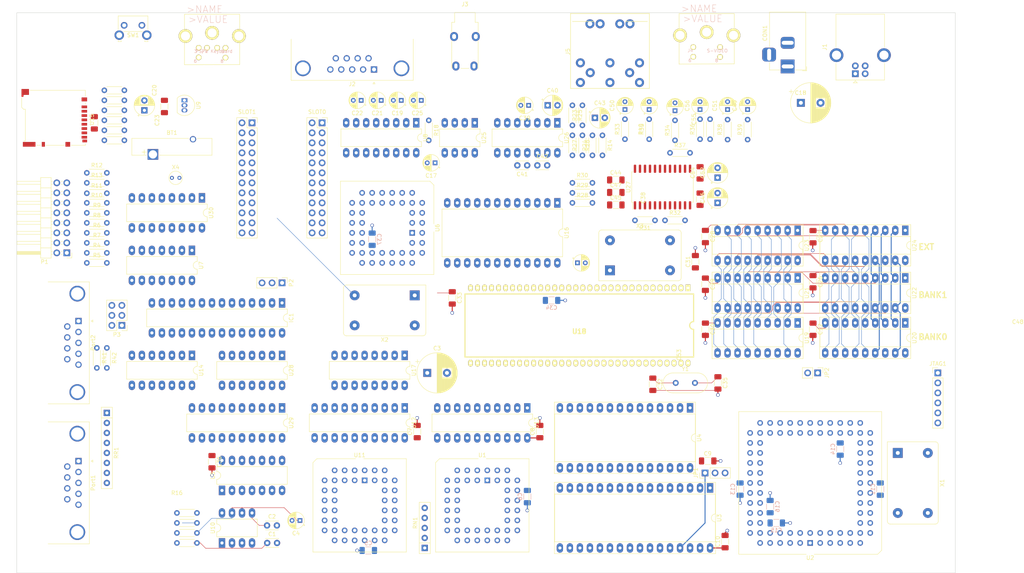
<source format=kicad_pcb>
(kicad_pcb (version 20221018) (generator pcbnew)
  (layers (0 "F.Cu" signal) (1 "In1.Cu" signal) (2 "In2.Cu" signal) (31 "B.Cu" signal) (34 "B.Paste" user) (35 "F.Paste" user) (36 "B.SilkS" user "B.Silkscreen") (37 "F.SilkS" user "F.Silkscreen") (38 "B.Mask" user) (39 "F.Mask" user) (44 "Edge.Cuts" user))
  (net 0 "")
  (net 1 "GND")
  (net 2 "VCC")
  (net 3 "/~{WE}")
  (net 4 "Net-(JP1-C)")
  (net 5 "/TMS")
  (net 6 "/TDI")
  (net 7 "/TDO")
  (net 8 "/TCK")
  (net 9 "/~{RESET}")
  (net 10 "/~{IRQ}")
  (net 11 "Net-(U11-PA0)")
  (net 12 "Net-(U11-PA1)")
  (net 13 "Net-(U11-PA2)")
  (net 14 "Net-(U11-PA3)")
  (net 15 "Net-(U11-PA4)")
  (net 16 "Net-(U11-PA5)")
  (net 17 "Net-(U11-PA6)")
  (net 18 "Net-(U11-PA7)")
  (net 19 "Net-(U11-CA1)")
  (net 20 "Net-(U11-CA2)")
  (net 21 "Net-(U11-PB6)")
  (net 22 "Net-(U6-MR)")
  (net 23 "/~{BE}")
  (net 24 "/CPU_RDY")
  (net 25 "/~{NMI}")
  (net 30 "/CPU_A0")
  (net 31 "/CPU_A1")
  (net 33 "/CPU_A2")
  (net 34 "/CPU_A3")
  (net 35 "/CPU_A4")
  (net 36 "/CPU_A5")
  (net 37 "/CPU_A6")
  (net 38 "/CPU_A7")
  (net 39 "/CPU_A8")
  (net 40 "/CPU_A9")
  (net 41 "/CPU_A10")
  (net 42 "/CPU_A11")
  (net 43 "/CPU_A12")
  (net 44 "/CPU_A13")
  (net 45 "/CPU_A14")
  (net 46 "/CPU_A15")
  (net 47 "/CPU_D7")
  (net 48 "/CPU_D6")
  (net 49 "/CPU_D5")
  (net 50 "/CPU_D4")
  (net 51 "/CPU_D3")
  (net 52 "/CPU_D2")
  (net 53 "/CPU_D1")
  (net 54 "/CPU_D0")
  (net 55 "/CPU_R~{W}")
  (net 57 "/PHI2")
  (net 60 "/CLKIN")
  (net 62 "/~{W}")
  (net 71 "/~{CSW_VDP}")
  (net 72 "/~{R}")
  (net 81 "/RESET_TRIG")
  (net 82 "Net-(U10-CV)")
  (net 83 "Net-(U10-DIS)")
  (net 84 "/~{OE}")
  (net 85 "/EXT_A14")
  (net 86 "/EXT_A17")
  (net 87 "/EXT_A16")
  (net 88 "/EXT_A15")
  (net 89 "/EXT_A18")
  (net 90 "/~{CS_RAM}")
  (net 91 "/~{CS_ROM}")
  (net 92 "Net-(U6-INTR)")
  (net 94 "/BUF_D0")
  (net 95 "/BUF_D1")
  (net 96 "/BUF_D2")
  (net 97 "/BUF_D3")
  (net 98 "/BUF_D4")
  (net 99 "/BUF_D5")
  (net 100 "/BUF_D6")
  (net 101 "/BUF_D7")
  (net 102 "Net-(U6-RCLK)")
  (net 103 "Net-(U6-SIN)")
  (net 105 "Net-(U6-SOUT)")
  (net 106 "/~{CS_UART}")
  (net 107 "Net-(U6-XIN)")
  (net 109 "/~{BUF_WE}")
  (net 111 "/~{BUF_OE}")
  (net 114 "/BUF_A2")
  (net 115 "/BUF_A1")
  (net 116 "/BUF_A0")
  (net 120 "Net-(U6-~{RTS})")
  (net 122 "Net-(U30-VBAT)")
  (net 123 "Net-(U6-~{CTS})")
  (net 124 "/SPI_MISO")
  (net 125 "/~{SPI_SS1}")
  (net 126 "/SPI_CLK")
  (net 128 "/~{SPI_SS2}")
  (net 129 "/~{SPI_SS3}")
  (net 130 "/~{SPI_SS4}")
  (net 131 "/SPI_MOSI")
  (net 133 "/~{CS_VIA}")
  (net 136 "/BUF_R~{W}")
  (net 137 "/BUF_PHI2")
  (net 138 "/BUF_A3")
  (net 139 "/~{CS_BUFFER}")
  (net 140 "Net-(U18-XTAL1)")
  (net 141 "Net-(U18-XTAL2)")
  (net 142 "Net-(U18-{slash}WAIT)")
  (net 143 "/~{CS_VDP}")
  (net 144 "/~{CS_OPL}")
  (net 145 "/Video_Audio/{slash}CSW_OPL3")
  (net 146 "/Video_Audio/{slash}CSR_OPL3")
  (net 147 "/Video_Audio/Audio_analog/LOAD")
  (net 148 "/Video_Audio/Audio_analog/SD")
  (net 149 "/Video_Audio/Audio_analog/fl")
  (net 150 "/Video_Audio/OPL_CLK")
  (net 151 "Net-(U17B-O1)")
  (net 152 "Net-(U17B-O0)")
  (net 153 "/Video_Audio/CSYNC")
  (net 154 "/Video_Audio/RGB_G")
  (net 155 "/Video_Audio/RGB_R")
  (net 156 "/Video_Audio/RGB_B")
  (net 158 "/Video_Audio/RD0")
  (net 159 "/Video_Audio/RD1")
  (net 160 "/Video_Audio/RD2")
  (net 161 "/Video_Audio/RD3")
  (net 162 "/Video_Audio/RD4")
  (net 163 "/Video_Audio/RD5")
  (net 164 "/Video_Audio/RD6")
  (net 165 "/Video_Audio/RD7")
  (net 166 "/Video_Audio/A0..A7")
  (net 167 "/Video_Audio/AD1")
  (net 168 "/Video_Audio/AD2")
  (net 169 "/Video_Audio/AD3")
  (net 170 "/Video_Audio/AD4")
  (net 171 "/Video_Audio/AD5")
  (net 172 "/Video_Audio/AD6")
  (net 173 "/Video_Audio/AD7")
  (net 174 "/Video_Audio/R{slash}W")
  (net 175 "/Video_Audio/{slash}CAS_X")
  (net 176 "/Video_Audio/{slash}CAS1")
  (net 177 "/Video_Audio/{slash}CAS0")
  (net 178 "/Video_Audio/{slash}RAS")
  (net 179 "Net-(U8-C1+)")
  (net 180 "Net-(U8-C1-)")
  (net 181 "Net-(U8-C2+)")
  (net 182 "Net-(U8-C2-)")
  (net 183 "Net-(U8-VS-)")
  (net 184 "Net-(U8-VS+)")
  (net 186 "Net-(U8-R2IN)")
  (net 187 "Net-(U8-T2OUT)")
  (net 188 "Net-(J2-Pad4)")
  (net 190 "Net-(U8-T1OUT)")
  (net 191 "Net-(U8-R1IN)")
  (net 193 "/Video_Audio/~{CSW_OPL}")
  (net 194 "/Video_Audio/~{CSR_OPL}")
  (net 203 "/PA0")
  (net 204 "/PA1")
  (net 205 "/PA2")
  (net 206 "/PA3")
  (net 207 "/PA4")
  (net 208 "/PA5")
  (net 209 "/PA6")
  (net 210 "/PA7")
  (net 213 "/CA2")
  (net 214 "/CA1")
  (net 215 "/~{SD_CARD_DETECT}")
  (net 217 "Net-(U10-Q)")
  (net 221 "/~{CS_SLOT1}")
  (net 222 "/~{CS_SLOT0}")
  (net 227 "Net-(U15-VSS)")
  (net 228 "/SD Card/CLK")
  (net 229 "/SD Card/CMD")
  (net 230 "/SD Card/DAT2")
  (net 231 "/SD Card/DAT1")
  (net 232 "/SD Card/DAT0")
  (net 234 "/SD Card/DAT3")
  (net 236 "Net-(U25-RB)")
  (net 237 "Net-(U26C-+)")
  (net 238 "Net-(U26C--)")
  (net 239 "Net-(C42-Pad2)")
  (net 240 "Net-(C43-Pad1)")
  (net 241 "/Video_Audio/Audio_analog/AUDIO_OUT")
  (net 242 "Net-(U26A--)")
  (net 243 "Net-(U25-MP)")
  (net 244 "Net-(U26D--)")
  (net 245 "Net-(U25-ToBUFF)")
  (net 246 "Net-(U27-BIN)")
  (net 247 "Net-(U27-GIN)")
  (net 248 "Net-(U27-RIN)")
  (net 249 "Net-(C49-Pad1)")
  (net 250 "/Video_Audio/Video_analog/C_OUT")
  (net 251 "Net-(C50-Pad1)")
  (net 252 "Net-(C50-Pad2)")
  (net 253 "Net-(C51-Pad1)")
  (net 254 "/Video_Audio/Video_analog/Y_OUT")
  (net 255 "Net-(C53-Pad1)")
  (net 256 "/Video_Audio/Video_analog/G_OUT")
  (net 257 "Net-(C55-Pad1)")
  (net 258 "Net-(C55-Pad2)")
  (net 259 "Net-(C56-Pad1)")
  (net 260 "Net-(C56-Pad2)")
  (net 261 "Net-(X3-FREQ)")
  (net 262 "Net-(U27-SYNCIN)")
  (net 263 "Net-(U27-ROUT)")
  (net 264 "Net-(U27-GOUT)")
  (net 265 "Net-(U27-BOUT)")
  (net 266 "Net-(U27-CVOUT)")
  (net 267 "Net-(U27-YTRAP)")
  (net 268 "Net-(U27-YOUT)")
  (net 269 "Net-(U27-COUT)")
  (net 272 "Net-(IC1-(RXD)PD0)")
  (net 273 "Net-(IC1-(TXD)PD1)")
  (net 274 "Net-(IC1-(INT0)PD2)")
  (net 275 "Net-(IC1-(INT1)PD3)")
  (net 280 "Net-(IC1-(AIN0)PD6)")
  (net 281 "Net-(IC1-(AIN1)PD7)")
  (net 287 "Net-(U29-I0b)")
  (net 288 "Net-(U29-I1b)")
  (net 289 "Net-(U29-I2b)")
  (net 290 "Net-(U29-I3b)")
  (net 292 "Net-(Port1-P6)")
  (net 294 "Net-(U29-I0a)")
  (net 295 "Net-(U29-I1a)")
  (net 296 "Net-(U29-I2a)")
  (net 297 "Net-(U29-I3a)")
  (net 299 "Net-(Port2-P6)")
  (net 301 "Net-(U29-OEb)")
  (net 302 "/~{JOYPORT_ENABLE}")
  (net 303 "Net-(U29-OEa)")
  (net 304 "Net-(U30-CE)")
  (net 305 "Net-(U28-Pad10)")
  (net 306 "Net-(U30-X1)")
  (net 307 "Net-(U30-X2)")
  (net 311 "/~{CSR_VDP}")
  (footprint "Package_LCC:PLCC-44_THT-Socket" (layer "F.Cu") (at 151.765 182.225)
    (fp_text reference "U11")
    (fp_text value "W65C22NxPL")
  )
  (footprint "Capacitor_THT:CP_Radial_D10.0mm_P5.00mm" (layer "F.Cu") (at 167.64 154.94)
    (fp_text reference "C3")
    (fp_text value "470µF")
  )
  (footprint "Capacitor_SMD:C_1206_3216Metric_Pad1.33x1.80mm_HandSolder" (layer "F.Cu") (at 238.7985 177.292)
    (fp_text reference "C9")
    (fp_text value "100n")
  )
  (footprint "Resistor_THT:R_Axial_DIN0204_L3.6mm_D1.6mm_P5.08mm_Horizontal" (layer "F.Cu") (at 204.47 106.68)
    (fp_text reference "R30")
    (fp_text value "470")
  )
  (footprint "Resistor_THT:R_Axial_DIN0204_L3.6mm_D1.6mm_P5.08mm_Horizontal" (layer "F.Cu") (at 81.28 111.76)
    (fp_text reference "R10")
    (fp_text value "1k")
  )
  (footprint "Resistor_THT:R_Axial_DIN0204_L3.6mm_D1.6mm_P5.08mm_Horizontal" (layer "F.Cu") (at 81.28 119.38)
    (fp_text reference "R6")
    (fp_text value "1k")
  )
  (footprint "Capacitor_THT:CP_Radial_D4.0mm_P2.00mm" (layer "F.Cu") (at 205.74 127)
    (fp_text reference "C38")
    (fp_text value "100µF")
  )
  (footprint "Capacitor_THT:CP_Radial_D5.0mm_P2.50mm" (layer "F.Cu") (at 241.3 111.76 90)
    (fp_text reference "C46")
    (fp_text value "47µF")
  )
  (footprint "Connector_PinHeader_2.54mm:PinHeader_1x06_P2.54mm_Vertical" (layer "F.Cu") (at 297.18 154.94)
    (fp_text reference "JTAG1")
    (fp_text value "Conn_01x06_Male")
  )
  (footprint "Resistor_THT:R_Axial_DIN0204_L3.6mm_D1.6mm_P5.08mm_Horizontal" (layer "F.Cu") (at 207.01 99.695 90)
    (fp_text reference "R27")
    (fp_text value "4K7")
  )
  (footprint "Package_DIP:DIP-20_W7.62mm_LongPads" (layer "F.Cu") (at 161.925 163.815 -90)
    (fp_text reference "U12")
    (fp_text value "74HCT245")
  )
  (footprint "Package_DIP:DIP-14_W7.62mm_LongPads" (layer "F.Cu") (at 107.95 123.825 -90)
    (fp_text reference "U7")
    (fp_text value "74125")
  )
  (footprint "Capacitor_SMD:C_1206_3216Metric_Pad1.33x1.80mm_HandSolder" (layer "F.Cu") (at 173.99 135.89 -90)
    (fp_text reference "C33")
    (fp_text value "100n")
  )
  (footprint "Resistor_THT:R_Axial_DIN0204_L3.6mm_D1.6mm_P5.08mm_Horizontal" (layer "F.Cu") (at 239.395 90.519 -90)
    (fp_text reference "R40")
    (fp_text value "240")
  )
  (footprint "Package_DIP:DIP-14_W7.62mm_LongPads" (layer "F.Cu") (at 200.66 91.44 -90)
    (fp_text reference "U26")
    (fp_text value "LM324")
  )
  (footprint "Connector_PinHeader_2.54mm:PinHeader_1x02_P2.54mm_Vertical" (layer "F.Cu") (at 266.7 154.94 -90)
    (fp_text reference "JP2")
    (fp_text value "JUMPER")
  )
  (footprint "Capacitor_SMD:C_1206_3216Metric_Pad1.33x1.80mm_HandSolder" (layer "F.Cu") (at 236.855 104.14 90)
    (fp_text reference "C54")
    (fp_text value "100n")
  )
  (footprint "Resistor_THT:R_Axial_DIN0204_L3.6mm_D1.6mm_P5.08mm_Horizontal" (layer "F.Cu") (at 81.28 121.92)
    (fp_text reference "R7")
    (fp_text value "1k")
  )
  (footprint "Oscillator:Oscillator_DIP-14_LargePads" (layer "F.Cu") (at 213.995 128.905)
    (fp_text reference "X3")
    (fp_text value "OSC")
  )
  (footprint "Resistor_THT:R_Axial_DIN0204_L3.6mm_D1.6mm_P5.08mm_Horizontal" (layer "F.Cu") (at 225.425 116.205 180)
    (fp_text reference "R31")
    (fp_text value "2.2k")
  )
  (footprint "Resistor_THT:R_Array_SIP8" (layer "F.Cu") (at 86.36 165.1 -90)
    (fp_text reference "RR1")
    (fp_text value "1k")
  )
  (footprint "Capacitor_SMD:C_1206_3216Metric_Pad1.33x1.80mm_HandSolder" (layer "F.Cu") (at 224.875 157.8225 -90)
    (fp_text reference "C32")
    (fp_text value "22p")
  )
  (footprint "Capacitor_SMD:C_1206_3216Metric_Pad1.33x1.80mm_HandSolder" (layer "F.Cu") (at 215.4825 112.294)
    (fp_text reference "C45")
    (fp_text value "100n")
  )
  (footprint "Capacitor_THT:CP_Radial_D4.0mm_P2.00mm" (layer "F.Cu") (at 236.855 88.073999 90)
    (fp_text reference "C56")
    (fp_text value "220µF")
  )
  (footprint "Connector_Audio:Jack_3.5mm_Lumberg_1503_07_Horizontal" (layer "F.Cu") (at 174.455 69.525)
    (fp_text reference "J3")
    (fp_text value "Audio")
  )
  (footprint "Resistor_THT:R_Axial_DIN0204_L3.6mm_D1.6mm_P5.08mm_Horizontal" (layer "F.Cu") (at 204.47 94.615 -90)
    (fp_text reference "R26")
    (fp_text value "27K")
  )
  (footprint "Capacitor_SMD:C_1206_3216Metric_Pad1.33x1.80mm_HandSolder" (layer "F.Cu") (at 238.21 132.4225 -90)
    (fp_text reference "C29")
    (fp_text value "100n")
  )
  (footprint "Capacitor_SMD:C_1206_3216Metric_Pad1.33x1.80mm_HandSolder" (layer "F.Cu") (at 83.185 91.44 90)
    (fp_text reference "C24" hide)
    (fp_text value "100nF")
  )
  (footprint "Package_DIP:DIP-14_W7.62mm_LongPads" (layer "F.Cu") (at 130.81 150.495 -90)
    (fp_text reference "U28")
    (fp_text value "7400")
  )
  (footprint "Resistor_THT:R_Axial_DIN0204_L3.6mm_D1.6mm_P5.08mm_Horizontal" (layer "F.Cu") (at 90.805 90.805 180)
    (fp_text reference "R17" hide)
    (fp_text value "1k")
  )
  (footprint "Package_SO:SOIC-24W_7.5x15.4mm_P1.27mm" (layer "F.Cu") (at 227.33 107.745 90)
    (fp_text reference "U27")
    (fp_text value "cxa2075M")
  )
  (footprint "Capacitor_THT:CP_Radial_D4.0mm_P2.00mm" (layer "F.Cu") (at 169.64 101.6 180)
    (fp_text reference "C17")
    (fp_text value "1µF")
  )
  (footprint "Capacitor_THT:CP_Radial_D4.0mm_P2.00mm" (layer "F.Cu") (at 243.84 88.074 90)
    (fp_text reference "C51")
    (fp_text value "220µF")
  )
  (footprint "Capacitor_THT:CP_Radial_D4.0mm_P2.00mm" (layer "F.Cu") (at 217.805 88.074 90)
    (fp_text reference "C50")
    (fp_text value "220µF")
  )
  (footprint "Resistor_THT:R_Axial_DIN0204_L3.6mm_D1.6mm_P5.08mm_Horizontal" (layer "F.Cu") (at 204.47 86.995 -90)
    (fp_text reference "R25")
    (fp_text value "15K")
  )
  (footprint "Capacitor_THT:CP_Radial_D5.0mm_P2.50mm" (layer "F.Cu") (at 210.185 90.17)
    (fp_text reference "C43")
    (fp_text value "10µF")
  )
  (footprint "Capacitor_SMD:C_1206_3216Metric_Pad1.33x1.80mm_HandSolder" (layer "F.Cu") (at 265.515 143.8525 -90)
    (fp_text reference "C12")
    (fp_text value "100n")
  )
  (footprint "Package_DIP:DIP-18_W7.62mm_Socket_LongPads" (layer "F.Cu") (at 261.62 130.81 -90)
    (fp_text reference "U21")
    (fp_text value "DRAM_64KX4")
  )
  (footprint "Package_DIP:DIP-18_W7.62mm_Socket_LongPads" (layer "F.Cu") (at 261.61 142.25 -90)
    (fp_text reference "U19")
    (fp_text value "DRAM_64KX4")
  )
  (footprint "Capacitor_SMD:C_1206_3216Metric_Pad1.33x1.80mm_HandSolder" (layer "F.Cu") (at 215.4825 109.119)
    (fp_text reference "C47")
    (fp_text value "100n")
  )
  (footprint "Package_DIP:DIP-8_W7.62mm_LongPads" (layer "F.Cu") (at 179.705 91.44 -90)
    (fp_text reference "U25")
    (fp_text value "Y3014B")
  )
  (footprint "Capacitor_SMD:C_1206_3216Metric_Pad1.33x1.80mm_HandSolder" (layer "F.Cu") (at 241.385 157.48 -90)
    (fp_text reference "C35")
    (fp_text value "22p")
  )
  (footprint "Resistor_THT:R_Axial_DIN0204_L3.6mm_D1.6mm_P5.08mm_Horizontal" (layer "F.Cu") (at 236.855 95.599 90)
    (fp_text reference "R36")
    (fp_text value "43")
  )
  (footprint "Package_DIP:DIP-24_W15.24mm_LongPads" (layer "F.Cu") (at 200.66 111.76 -90)
    (fp_text reference "U16")
    (fp_text value "YM3812")
  )
  (footprint "Resistor_THT:R_Axial_DIN0204_L3.6mm_D1.6mm_P5.08mm_Horizontal" (layer "F.Cu") (at 230.505 95.885 90)
    (fp_text reference "R34")
    (fp_text value "75")
  )
  (footprint "Battery:Battery_Panasonic_CR2032-VS1N_Vertical_CircularHoles" (layer "F.Cu") (at 98.045 99.455)
    (fp_text reference "BT1")
    (fp_text value "BATTERY")
  )
  (footprint "Connector_Card:microSD_HC_Hirose_DM3BT-DSF-PEJS" (layer "F.Cu") (at 73.025 90.17 -90)
    (fp_text reference "U15")
    (fp_text value "Micro_SD_Card_Det1")
  )
  (footprint "Resistor_THT:R_Axial_DIN0204_L3.6mm_D1.6mm_P5.08mm_Horizontal" (layer "F.Cu") (at 248.92 95.694 90)
    (fp_text reference "R39")
    (fp_text value "75")
  )
  (footprint "Package_DIP:DIP-8_W7.62mm_LongPads" (layer "F.Cu") (at 115.57 198.12 90)
    (fp_text reference "U10")
    (fp_text value "LM555N")
  )
  (footprint "Oscillator:Oscillator_DIP-14_LargePads" (layer "F.Cu") (at 287.02 175.26 -90)
    (fp_text reference "X1")
    (fp_text value "OSC")
  )
  (footprint "Capacitor_THT:CP_Radial_D4.0mm_P2.00mm" (layer "F.Cu") (at 230.505 88.36 90)
    (fp_text reference "C53")
    (fp_text value "220µF")
  )
  (footprint "Connector_Dsub:DSUB-9_Male_Horizontal_P2.77x2.84mm_EdgePinOffset4.94mm_Housed_MountingHolesOffset7.48mm" (layer "F.Cu") (at 154.14 77.895331 180)
    (fp_text reference "J2")
    (fp_text value "DB9")
  )
  (footprint "Capacitor_THT:CP_Radial_D5.0mm_P2.50mm" (layer "F.Cu") (at 95.885 88.265 90)
    (fp_text reference "C20")
    (fp_text value "10µF")
  )
  (footprint "Package_DIP:DIP-14_W7.62mm_LongPads" (layer "F.Cu") (at 115.57 184.785 90)
    (fp_text reference "U5")
    (fp_text value "74LS06")
  )
  (footprint "Capacitor_THT:CP_Radial_D4.0mm_P2.00mm" (layer "F.Cu") (at 161.0474 85.725 180)
    (fp_text reference "C19")
    (fp_text value "1µF")
  )
  (footprint "Capacitor_SMD:C_1206_3216Metric_Pad1.33x1.80mm_HandSolder" (layer "F.Cu") (at 235.67 126.7075 90)
    (fp_text reference "C31")
    (fp_text value "100n")
  )
  (footprint "Package_DIP:DIP-18_W7.62mm_Socket_LongPads" (layer "F.Cu") (at 288.915 130.82 -90)
    (fp_text reference "U22")
    (fp_text value "DRAM_64KX4")
  )
  (footprint "Capacitor_SMD:C_1206_3216Metric_Pad1.33x1.80mm_HandSolder" (layer "F.Cu") (at 196.215 169.8375 90)
    (fp_text reference "C8")
    (fp_text value "100n")
  )
  (footprint "Package_DIP:DIP-16_W7.62mm_LongPads" (layer "F.Cu") (at 161.91 150.48 -90)
    (fp_text reference "U17")
    (fp_text value "74LS139")
  )
  (footprint "Resistor_THT:R_Axial_DIN0204_L3.6mm_D1.6mm_P5.08mm_Horizontal" (layer "F.Cu") (at 90.805 93.345 180)
    (fp_text reference "R21" hide)
    (fp_text value "47k")
  )
  (footprint "Connector_PinSocket_2.54mm:PinSocket_2x12_P2.54mm_Vertical" (layer "F.Cu") (at 123.19 91.44)
    (fp_text reference "SLOT1")
    (fp_text value "Conn_02x12_Odd_Even")
  )
  (footprint "Package_DIP:DIP-16_W7.62mm_LongPads" (layer "F.Cu") (at 164.8574 91.425 -90)
    (fp_text reference "U8")
    (fp_text value "MAX232")
  )
  (footprint "Resistor_THT:R_Axial_DIN0204_L3.6mm_D1.6mm_P5.08mm_Horizontal" (layer "F.Cu") (at 81.28 127)
    (fp_text reference "R5")
    (fp_text value "1k")
  )
  (footprint "Resistor_THT:R_Axial_DIN0204_L3.6mm_D1.6mm_P5.08mm_Horizontal" (layer "F.Cu") (at 90.805 88.265 180)
    (fp_text reference "R19" hide)
    (fp_text value "10k")
  )
  (footprint "Resistor_THT:R_Axial_DIN0204_L3.6mm_D1.6mm_P5.08mm_Horizontal" (layer "F.Cu") (at 81.28 104.14)
    (fp_text reference "R12")
    (fp_text value "1k")
  )
  (footprint "Resistor_THT:R_Axial_DIN0204_L3.6mm_D1.6mm_P5.08mm_Horizontal" (layer "F.Cu") (at 104.14 193.04)
    (fp_text reference "R3" hide)
    (fp_text value "4k7")
  )
  (footprint "Package_LCC:PLCC-44_THT-Socket" (layer "F.Cu") (at 163.83 119.38 -90)
    (fp_text reference "U6")
    (fp_text value "16550")
  )
  (footprint "Resistor_THT:R_Axial_DIN0204_L3.6mm_D1.6mm_P5.08mm_Horizontal" (layer "F.Cu") (at 90.805 83.185 180)
    (fp_text reference "R22" hide)
    (fp_text value "47k")
  )
  (footprint "Resistor_THT:R_Axial_DIN0204_L3.6mm_D1.6mm_P5.08mm_Horizontal" (layer "F.Cu") (at 209.55 99.695 90)
    (fp_text reference "R24")
    (fp_text value "33K")
  )
  (footprint "Package_DIP:DIP-16_W7.62mm_LongPads" (layer "F.Cu") (at 110.49 110.49 -90)
    (fp_text reference "U30")
    (fp_text value "DS1306")
  )
  (footprint "Capacitor_SMD:C_1206_3216Metric_Pad1.33x1.80mm_HandSolder" (layer "F.Cu") (at 165.1 169.8375 90)
    (fp_text reference "C7")
    (fp_text value "100n")
  )
  (footprint "Resistor_THT:R_Axial_DIN0204_L3.6mm_D1.6mm_P5.08mm_Horizontal" (layer "F.Cu") (at 223.95 95.599 90)
    (fp_text reference "R35")
    (fp_text value "75")
  )
  (footprint "Connector_PinSocket_2.54mm:PinSocket_2x12_P2.54mm_Vertical" (layer "F.Cu") (at 140.97 91.44)
    (fp_text reference "SLOT0")
    (fp_text value "Conn_02x12_Odd_Even")
  )
  (footprint "Resistor_THT:R_Axial_DIN0204_L3.6mm_D1.6mm_P5.08mm_Horizontal" (layer "F.Cu") (at 104.14 198.12)
    (fp_text reference "R1" hide)
    (fp_text value "1M")
  )
  (footprint "Resistor_THT:R_Axial_DIN0204_L3.6mm_D1.6mm_P5.08mm_Horizontal" (layer "F.Cu") (at 204.47 109.22)
    (fp_text reference "R29")
    (fp_text value "470")
  )
  (footprint "Capacitor_SMD:C_1206_3216Metric_Pad1.33x1.80mm_HandSolder" (layer "F.Cu") (at 243.205 197.7775 90)
    (fp_text reference "C10")
    (fp_text value "100n")
  )
  (footprint "Package_DIP:DIP-32_W15.24mm_Socket_LongPads" (layer "F.Cu") (at 239.395 184.15 -90)
    (fp_text reference "U3")
    (fp_text value "AS6C4008")
  )
  (footprint "Connector_Dsub:DSUB-9_Male_Horizontal_P2.77x2.84mm_EdgePinOffset4.94mm_Housed_MountingHolesOffset7.48mm" (layer "F.Cu") (at 79.165331 141.77 -90)
    (fp_text reference "Port2")
    (fp_text value "DB9")
  )
  (footprint "Connector_USB:USB_B_OST_USB-B1HSxx_Horizontal" (layer "F.Cu") (at 276.245 78.9675 90)
    (fp_text reference "J1")
    (fp_text value "USB")
  )
  (footprint "Resistor_THT:R_Array_SIP5" (layer "F.Cu") (at 167.005 199.39 90)
    (fp_text reference "RN1")
    (fp_text value "3k3")
  )
  (footprint "Connector_PinHeader_2.54mm:PinHeader_1x03_P2.54mm_Vertical" (layer "F.Cu") (at 238.125 180.34 90)
    (fp_text reference "JP1")
    (fp_text value "Jumper_3_Bridged12")
  )
  (footprint "Connector_PinHeader_2.54mm:PinHeader_2x03_P2.54mm_Vertical" (layer "F.Cu") (at 90.17 142.875 180)
    (fp_text reference "P3")
    (fp_text value "ISP")
  )
  (footprint "Capacitor_THT:C_Disc_D3.0mm_W2.0mm_P2.50mm" (layer "F.Cu") (at 127 193.675)
    (fp_text reference "C2")
    (fp_text value "1n")
  )
  (footprint "Package_DIP:DIP-20_W7.62mm_LongPads" (layer "F.Cu") (at 193.04 163.83 -90)
    (fp_text reference "U13")
    (fp_text value "74HCT245")
  )
  (footprint "Capacitor_SMD:C_1206_3216Metric_Pad1.33x1.80mm_HandSolder" (layer "F.Cu") (at 215.4825 105.944)
    (fp_text reference "C44")
    (fp_text value "100n")
  )
  (footprint "Resistor_THT:R_Axial_DIN0204_L3.6mm_D1.6mm_P5.08mm_Horizontal" (layer "F.Cu") (at 212.09 94.615 -90)
    (fp_text reference "R14")
    (fp_text value "33K")
  )
  (footprint "Package_DIP:DIP-18_W7.62mm_Socket_LongPads" (layer "F.Cu") (at 288.925 142.24 -90)
    (fp_text reference "U20")
    (fp_text value "DRAM_64KX4")
  )
  (footprint "Crystal:Crystal_Round_D3.0mm_Vertical" (layer "F.Cu") (at 102.87 105.41)
    (fp_text reference "X4")
    (fp_text value "CRYSTAL_SMD")
  )
  (footprint "Capacitor_THT:C_Disc_D3.0mm_W2.0mm_P2.50mm" (layer "F.Cu") (at 193 102.235 180)
    (fp_text reference "C41")
    (fp_text value "470p")
  )
  (footprint "Resistor_THT:R_Axial_DIN0204_L3.6mm_D1.6mm_P5.08mm_Horizontal" (layer "F.Cu") (at 204.47 111.76)
    (fp_text reference "R28")
    (fp_text value "470")
  )
  (footprint "Resistor_THT:R_Axial_DIN0204_L3.6mm_D1.6mm_P5.08mm_Horizontal" (layer "F.Cu") (at 243.84 95.694 90)
    (fp_text reference "R38")
    (fp_text value "75")
  )
  (footprint "Capacitor_SMD:C_1206_3216Metric_Pad1.33x1.80mm_HandSolder" (layer "F.Cu") (at 265.515 131.7875 -90)
    (fp_text reference "C26")
    (fp_text value "100n")
  )
  (footprint "Resistor_THT:R_Axial_DIN0204_L3.6mm_D1.6mm_P5.08mm_Horizontal" (layer "F.Cu") (at 207.01 92.075 90)
    (fp_text reference "R23")
    (fp_text value "4K7")
  )
  (footprint "Capacitor_THT:CP_Radial_D4.0mm_P2.00mm" (layer "F.Cu") (at 166.1274 85.725 180)
    (fp_text reference "C25")
    (fp_text value "1µF")
  )
  (footprint "Capacitor_THT:CP_Radial_D4.0mm_P2.00mm" (layer "F.Cu") (at 155.9674 85.725 180)
    (fp_text reference "C21")
    (fp_text value "1µF")
  )
  (footprint "Resistor_THT:R_Axial_DIN0204_L3.6mm_D1.6mm_P5.08mm_Horizontal" (layer "F.Cu") (at 227.965 116.205)
    (fp_text reference "R32")
    (fp_text value "2.2k")
  )
  (footprint "Capacitor_THT:CP_Radial_D4.0mm_P2.00mm" (layer "F.Cu") (at 193.377599 86.995 180)
    (fp_text reference "C39")
    (fp_text value "47µF")
  )
  (footprint "Capacitor_SMD:C_1206_3216Metric_Pad1.33x1.80mm_HandSolder" (layer "F.Cu") (at 100.965 87.2875 90)
    (fp_text reference "C23")
    (fp_text value "100nF")
  )
  (footprint "Capacitor_THT:C_Disc_D3.0mm_W2.0mm_P2.50mm" (layer "F.Cu") (at 127.04 198.12)
    (fp_text reference "C1")
    (fp_text value "10n")
  )
  (footprint "Capacitor_SMD:C_1206_3216Metric_Pad1.33x1.80mm_HandSolder" (layer "F.Cu") (at 236.855 110.8325 90)
    (fp_text reference "C48")
    (fp_text value "100n")
  )
  (footprint "Resistor_THT:R_Axial_DIN0204_L3.6mm_D1.6mm_P5.08mm_Horizontal" (layer "F.Cu") (at 90.805 85.725 180)
    (fp_text reference "R20" hide)
    (fp_text value "10k")
  )
  (footprint "Package_LCC:PLCC-84_THT-Socket" (layer "F.Cu") (at 264.795 198.12 180)
    (fp_text reference "U2")
    (fp_text value "CHUCK")
  )
  (footprint "Resistor_THT:R_Axial_DIN0204_L3.6mm_D1.6mm_P5.08mm_Horizontal" (layer "F.Cu") (at 109.22 195.58 180)
    (fp_text reference "R2" hide)
    (fp_text value "1M")
  )
  (footprint "DIN:DIN-8" (layer "F.Cu") (at 213.995 76.2)
    (fp_text reference "J5")
    (fp_text value "RGB" hide)
  )
  (footprint "Button_Switch_THT:SW_SPST_Omron_B3F-315x_Angled" (layer "F.Cu") (at 90.75 66.675)
    (fp_text reference "SW1")
    (fp_text value "SW_PUSH")
  )
  (footprint "Capacitor_THT:CP_Radial_D4.0mm_P2.00mm" (layer "F.Cu") (at 135.35 192.405 180)
    (fp_text reference "C4")
    (fp_text value "1µ")
  )
  (footprint "Connector_PinHeader_2.54mm:PinHeader_2x08_P2.54mm_Horizontal" (layer "F.Cu") (at 76.2 124.46 180)
    (fp_text reference "P1")
    (fp_text value "USERPORT")
  )
  (footprint "Package_DIP:DIP-20_W7.62mm_LongPads" (layer "F.Cu") (at 130.81 163.83 -90)
    (fp_text reference "U29")
    (fp_text value "74LS244")
  )
  (footprint "Package_DIP:DIP-14_W7.62mm_LongPads" (layer "F.Cu") (at 107.955 150.48 -90)
    (fp_text reference "U14")
    (fp_text value "7407")
  )
  (footprint "Resistor_THT:R_Axial_DIN0204_L3.6mm_D1.6mm_P5.08mm_Horizontal" (layer "F.Cu") (at 81.28 116.84)
    (fp_text reference "R8")
    (fp_text value "1k")
  )
  (footprint "Resistor_THT:R_Axial_DIN0204_L3.6mm_D1.6mm_P5.08mm_Horizontal" (layer "F.Cu") (at 83.82 148.59 -90)
    (fp_text reference "R41")
    (fp_text value "1k")
  )
  (footprint "Package_DIP:DIP-28_W15.24mm_Socket_LongPads" (layer "F.Cu") (at 234.315 163.81 -90)
    (fp_text reference "U4")
    (fp_text value "28C256")
  )
  (footprint "Connector_Dsub:DSUB-9_Male_Horizontal_P2.77x2.84mm_EdgePinOffset4.94mm_Housed_MountingHolesOffset7.48mm" (layer "F.Cu") (at 79.165331 177.33 -90)
    (fp_text reference "Port1")
    (fp_text value "DB9")
  )
  (footprint "Resistor_THT:R_Axial_DIN0204_L3.6mm_D1.6mm_P5.08mm_Horizontal" (layer "F.Cu") (at 81.28 114.3)
    (fp_text reference "R9")
    (fp_text value "1k")
  )
  (footprint "DIN:mini_din-M_DIN4" (layer "F.Cu") (at 238.53648 68.4657)
    (fp_text reference "J4")
    (fp_text value "S-VIDEO")
  )
  (footprint "Resistor_THT:R_Axial_DIN0204_L3.6mm_D1.6mm_P5.08mm_Horizontal" (layer "F.Cu") (at 81.28 109.32)
    (fp_text reference "R11")
    (fp_text value "1k")
  )
  (footprint "Capacitor_SMD:C_1206_3216Metric_Pad1.33x1.80mm_HandSolder" (layer "F.Cu") (at 238.21 120.3075 -90)
    (fp_text reference "C28")
    (fp_text value "100n")
  )
  (footprint "Resistor_THT:R_Axial_DIN0204_L3.6mm_D1.6mm_P5.08mm_Horizontal" (layer "F.Cu") (at 229.235 99.06)
    (fp_text reference "R37")
    (fp_text value "2.61k/10%")
  )
  (footprint "Capacitor_SMD:C_1206_3216Metric_Pad1.33x1.80mm_HandSolder" (layer "F.Cu") (at 238.21 143.8525 -90)
    (fp_text reference "C30")
    (fp_text value "100n")
  )
  (footprint "Resistor_THT:R_Axial_DIN0204_L3.6mm_D1.6mm_P5.08mm_Horizontal" (layer "F.Cu") (at 81.28 106.68)
    (fp_text reference "R13")
    (fp_text value "1k")
  )
  (footprint "DIN:mini_din-M_DIN6" (layer "F.Cu") (at 113.05794 68.64096)
    (fp_text reference "P4")
    (fp_text value "PS/2 Keyboard")
  )
  (footprint "Package_TO_SOT_THT:TO-92_Inline" (layer "F.Cu") (at 106.045 85.725 -90)
    (fp_text reference "U9")
    (fp_text value "LP2950")
  )
  (footprint "Package_DIP:DIP-28_W7.62mm_LongPads" (layer "F.Cu") (at 130.81 137.16 -90)
    (fp_text reference "IC1")
    (fp_text value "ATMEGA8-P")
  )
  (footprint "Capacitor_THT:CP_Radial_D4.0mm_P2.00mm" (layer "F.Cu") (at 150.8874 85.725 180)
    (fp_text reference "C22")
    (fp_text value "1µF")
  )
  (footprint "Capacitor_THT:CP_Radial_D4.0mm_P2.00mm" (layer "F.Cu") (at 248.92 88.074 90)
    (fp_text reference "C49")
    (fp_text value "220µF")
  )
  (footprint "Resistor_THT:R_Axial_DIN0204_L3.6mm_D1.6mm_P5.08mm_Horizontal" (layer "F.Cu") (at 217.805 95.599 90)
    (fp_text reference "R33")
    (fp_text value "75")
  )
  (footprint "Capacitor_THT:CP_Radial_D4.0mm_P2.00mm" (layer "F.Cu") (at 223.95 88.074 90)
    (fp_text reference "C55")
    (fp_text value "220µF")
  )
  (footprint "Capacitor_THT:CP_Radial_D10.0mm_P5.00mm" (layer "F.Cu") (at 262.427323 86.36)
    (fp_text reference "C18")
    (fp_text value "470µF")
  )
  (footprint "Connector_PinHeader_2.54mm:PinHeader_1x03_P2.54mm_Vertical" (layer "F.Cu") (at 130.81 132.08 -90)
    (fp_text reference "P2")
    (fp_text value "CONN_01X03")
  )
  (footprint "Resistor_THT:R_Axial_DIN0204_L3.6mm_D1.6mm_P5.08mm_Horizontal" (layer "F.Cu") (at 168.0324 90.805 -90)
    (fp_text reference "R18")
    (fp_text value "3k3")
  )
  (footprint "Capacitor_SMD:C_1206_3216Metric_Pad1.33x1.80mm_HandSolder" (layer "F.Cu") (at 265.515 120.3575 -90)
    (fp_text reference "C27")
    (fp_text value "100n")
  )
  (footprint "Crystal:Crystal_HC49-U_Vertical" (layer "F.Cu") (at 230.68 157.48)
    (fp_text reference "Y1")
    (fp_text value "21,443Mhz")
  )
  (footprint "Resistor_THT:R_Axial_DIN0204_L3.6mm_D1.6mm_P5.08mm_Horizontal" (layer "F.Cu") (at 85.725 95.885)
    (fp_text reference "R15" hide)
    (fp_text value "1k")
  )
  (footprint "Package_DIP:DIP-18_W7.62mm_Socket_LongPads" (layer "F.Cu") (at 261.61 118.755 -90)
    (fp_text reference "U23")
    (fp_text value "DRAM_64KX4")
  )
  (footprint "Package_DIP:DIP-18_W7.62mm_Socket_LongPads" (layer "F.Cu") (at 288.925 118.745 -90)
    (fp_text reference "U24")
    (fp_text value "DRAM_64KX4")
  )
  (footprint "Capacitor_THT:C_Disc_D3.0mm_W2.0mm_P2.50mm" (layer "F.Cu") (at 195.58 102.235)
    (fp_text reference "C42")
    (fp_text value "470p")
  )
  (footprint "Capacitor_THT:CP_Radial_D5.0mm_P2.50mm" (layer "F.Cu") (at 198.184888 86.995)
    (fp_text reference "C40")
    (fp_text value "10µF")
  )
  (footprint "Capacitor_THT:CP_Radial_D5.0mm_P2.50mm" (layer "F.Cu") (at 241.3 105.37 90)
    (fp_text reference "C52")
    (fp_text value "47µF")
  )
  (footprint "SDIP:SDIP64" (layer "F.Cu") (at 206.215 142.9004 180)
    (fp_text reference "U18")
    (fp_text value "V9958" hide)
  )
  (footprint "Resistor_THT:R_Axial_DIN0204_L3.6mm_D1.6mm_P5.08mm_Horizontal" (layer "F.Cu") (at 86.36 148.59 -90)
    (fp_text reference "R42")
    (fp_text value "1k")
  )
  (footprint "Connector_BarrelJack:BarrelJack_Horizontal" (layer "F.Cu") (at 259.08 77.12 -90)
    (fp_text reference "CON1")
    (fp_text value "BARREL_JACK")
  )
  (footprint "Capacitor_SMD:C_1206_3216Metric_Pad1.33x1.80mm_HandSolder" (layer "F.Cu") (at 113.035 177.4925 -90)
    (fp_text reference "C36")
    (fp_text value "100n")
  )
  (footprint "Package_LCC:PLCC-44_THT-Socket" (layer "F.Cu") (at 182.88 182.225)
    (fp_text reference "U1")
    (fp_text value "W65C02")
  )
  (footprint "Resistor_THT:R_Axial_DIN0204_L3.6mm_D1.6mm_P5.08mm_Horizontal" (layer "F.Cu") (at 81.28 124.46)
    (fp_text reference "R4")
    (fp_text value "1k")
  )
  (footprint "Resistor_THT:R_Axial_DIN0204_L3.6mm_D1.6mm_P5.08mm_Horizontal" (layer "F.Cu") (at 104.14 190.5)
    (fp_text reference "R16")
    (fp_text value "4k7")
  )
  (footprint "Oscillator:Oscillator_DIP-14_LargePads" (layer "F.Cu") (at 164.465 135.255 180)
    (fp_text reference "X2")
    (fp_text value "OSC")
  )
  (footprint "Capacitor_SMD:C_1206_3216Metric_Pad1.33x1.80mm_HandSolder" (layer "B.Cu") (at 272.415 174.2825 -90)
    (fp_text reference "C14")
    (fp_text value "100n")
  )
  (footprint "Capacitor_SMD:C_1206_3216Metric_Pad1.33x1.80mm_HandSolder" (layer "B.Cu") (at 153.67 120.9925 90)
    (fp_text reference "C37")
    (fp_text value "100n")
  )
  (footprint "Capacitor_SMD:C_1206_3216Metric_Pad1.33x1.80mm_HandSolder" (layer "B.Cu") (at 247.015 184.4425 -90)
    (fp_text reference "C13")
    (fp_text value "100n")
  )
  (footprint "Capacitor_SMD:C_1206_3216Metric_Pad1.33x1.80mm_HandSolder" (layer "B.Cu") (at 152.6925 200.025 180)
    (fp_text reference "C5")
    (fp_text value "100n")
  )
  (footprint "Capacitor_SMD:C_1206_3216Metric_Pad1.33x1.80mm_HandSolder" (layer "B.Cu") (at 282.575 184.4425 -90)
    (fp_text reference "C11")
    (fp_text value "100n")
  )
  (footprint "Capacitor_SMD:C_1206_3216Metric_Pad1.33x1.80mm_HandSolder" (layer "B.Cu") (at 256.1975 193.04)
    (fp_text reference "C15")
    (fp_text value "100nF")
  )
  (footprint "Capacitor_SMD:C_1206_3216Metric_Pad1.33x1.80mm_HandSolder" (layer "B.Cu") (at 254.635 188.8875 90)
    (fp_text reference "C16")
    (fp_text value "100nF")
  )
  (footprint "Capacitor_SMD:C_1206_3216Metric_Pad1.33x1.80mm_HandSolder" (layer "B.Cu") (at 193.04 186.3475 -90)
    (fp_text reference "C6")
    (fp_text value "100n")
  )
  (footprint "Capacitor_SMD:C_1206_3216Metric_Pad1.33x1.80mm_HandSolder" (layer "B.Cu") (at 199.1825 136.525)
    (fp_text reference "C34")
    (fp_text value "100n")
  )
  (gr_rect (start 63.5 63.5) (end 301.625 205.74) (stroke (width 0.1)) (fill none) (layer "Edge.Cuts"))
  (gr_text "BANK0\n" (at 292.1 146.685) (layer "F.SilkS") (effects (font (size 1.5 1.5) (thickness 0.3) bold) (justify left bottom)))
  (gr_text "BANK1\n\n" (at 292.1 138.43) (layer "F.SilkS") (effects (font (size 1.5 1.5) (thickness 0.3) bold) (justify left bottom)))
  (gr_text "EXT\n" (at 292.1 123.825) (layer "F.SilkS") (effects (font (size 1.5 1.5) (thickness 0.3) bold) (justify left bottom)))
  (segment (start 265.43 146.4945) (end 265.43 147.32) (width 0.254) (layer "F.Cu") (net 1))
  (segment (start 235.67 125.145) (end 235.67 123.19) (width 0.254) (layer "F.Cu") (net 1))
  (segment (start 265.515 122.7875) (end 265.515 121.92) (width 0.1) (layer "F.Cu") (net 1))
  (segment (start 240.9848 159.385) (end 224.875 159.385) (width 0.1) (layer "F.Cu") (net 1))
  (segment (start 265.43 146.4945) (end 265.515 146.4095) (width 0.1) (layer "F.Cu") (net 1))
  (segment (start 265.43 134.3025) (end 265.43 135.255) (width 0.254) (layer "F.Cu") (net 1))
  (segment (start 243.205 196.215) (end 243.205 195.539) (width 0.254) (layer "F.Cu") (net 1))
  (segment (start 241.385 159.7852) (end 240.9848 159.385) (width 0.1) (layer "F.Cu") (net 1))
  (segment (start 196.215 168.275) (end 196.215 166.37) (width 0.254) (layer "F.Cu") (net 1))
  (segment (start 243.205 195.539) (end 243.763 194.981) (width 0.254) (layer "F.Cu") (net 1))
  (segment (start 265.43 145.669) (end 265.43 146.4945) (width 0.254) (layer "F.Cu") (net 1))
  (segment (start 241.385 159.0425) (end 241.385 159.7852) (width 0.254) (layer "F.Cu") (net 1))
  (segment (start 173.99 137.795) (end 173.99 137.4525) (width 0.1) (layer "F.Cu") (net 1))
  (segment (start 173.99 137.795) (end 173.99 139.7) (width 0.254) (layer "F.Cu") (net 1))
  (segment (start 241.385 159.7852) (end 241.385 160.528) (width 0.254) (layer "F.Cu") (net 1))
  (segment (start 265.515 134.2175) (end 265.515 133.35) (width 0.1) (layer "F.Cu") (net 1))
  (segment (start 238.21 135.89) (end 238.21 133.985) (width 0.254) (layer "F.Cu") (net 1))
  (segment (start 165.1 168.275) (end 165.1 166.37) (width 0.254) (layer "F.Cu") (net 1))
  (segment (start 238.21 145.415) (end 238.21 147.32) (width 0.254) (layer "F.Cu") (net 1))
  (segment (start 265.43 133.35) (end 265.43 134.3025) (width 0.254) (layer "F.Cu") (net 1))
  (segment (start 238.21 123.825) (end 238.21 121.87) (width 0.254) (layer "F.Cu") (net 1))
  (segment (start 265.43 122.8725) (end 265.43 123.825) (width 0.254) (layer "F.Cu") (net 1))
  (segment (start 238.21 144.78) (end 238.21 145.415) (width 0.254) (layer "F.Cu") (net 1))
  (segment (start 240.361 177.292) (end 242.062 177.292) (width 0.254) (layer "F.Cu") (net 1))
  (segment (start 265.43 134.3025) (end 265.515 134.2175) (width 0.1) (layer "F.Cu") (net 1))
  (segment (start 265.43 121.92) (end 265.43 122.8725) (width 0.254) (layer "F.Cu") (net 1))
  (segment (start 265.515 146.4095) (end 265.515 145.415) (width 0.1) (layer "F.Cu") (net 1))
  (segment (start 113.035 179.055) (end 113.035 180.96) (width 0.254) (layer "F.Cu") (net 1))
  (segment (start 241.385 159.042) (end 241.385 159.0425) (width 0.254) (layer "F.Cu") (net 1))
  (segment (start 265.43 122.8725) (end 265.515 122.7875) (width 0.1) (layer "F.Cu") (net 1))
  (via (at 149.86 200.025) (size 0.889) (drill 0.635) (layers "F.Cu" "B.Cu") (net 1))
  (via (at 153.67 117.475) (size 0.889) (drill 0.635) (layers "F.Cu" "B.Cu") (net 1))
  (via (at 259.715 193.04) (size 0.889) (drill 0.635) (layers "F.Cu" "B.Cu") (net 1))
  (via (at 242.062 177.292) (size 0.889) (drill 0.635) (layers "F.Cu" "B.Cu") (net 1))
  (via (at 241.385 160.528) (size 0.889) (drill 0.635) (layers "F.Cu" "B.Cu") (net 1))
  (via (at 272.415 177.8) (size 0.889) (drill 0.635) (layers "F.Cu" "B.Cu") (net 1))
  (via (at 113.035 180.96) (size 0.889) (drill 0.635) (layers "F.Cu" "B.Cu") (net 1))
  (via (at 238.21 147.32) (size 0.889) (drill 0.635) (layers "F.Cu" "B.Cu") (net 1))
  (via (at 265.43 135.255) (size 0.889) (drill 0.635) (layers "F.Cu" "B.Cu") (net 1))
  (via (at 247.015 187.96) (size 0.889) (drill 0.635) (layers "F.Cu" "B.Cu") (net 1))
  (via (at 265.43 123.825) (size 0.889) (drill 0.635) (layers "F.Cu" "B.Cu") (net 1))
  (via (at 254.635 185.42) (size 0.889) (drill 0.635) (layers "F.Cu" "B.Cu") (net 1))
  (via (at 243.763 194.981) (size 0.889) (drill 0.635) (layers "F.Cu" "B.Cu") (net 1))
  (via (at 265.43 147.32) (size 0.889) (drill 0.635) (layers "F.Cu" "B.Cu") (net 1))
  (via (at 238.21 135.89) (size 0.889) (drill 0.635) (layers "F.Cu" "B.Cu") (net 1))
  (via (at 238.21 123.825) (size 0.889) (drill 0.635) (layers "F.Cu" "B.Cu") (net 1))
  (via (at 202.65 136.525) (size 0.889) (drill 0.635) (layers "F.Cu" "B.Cu") (net 1))
  (via (at 165.1 166.37) (size 0.889) (drill 0.635) (layers "F.Cu" "B.Cu") (net 1))
  (via (at 235.67 123.19) (size 0.889) (drill 0.635) (layers "F.Cu" "B.Cu") (net 1))
  (via (at 173.99 139.7) (size 0.889) (drill 0.635) (layers "F.Cu" "B.Cu") (net 1))
  (via (at 193.04 189.865) (size 0.889) (drill 0.635) (layers "F.Cu" "B.Cu") (net 1))
  (via (at 196.215 166.37) (size 0.889) (drill 0.635) (layers "F.Cu" "B.Cu") (net 1))
  (segment (start 193.04 187.91) (end 193.04 189.865) (width 0.254) (layer "B.Cu") (net 1))
  (segment (start 254.635 187.325) (end 254.635 185.42) (width 0.254) (layer "B.Cu") (net 1))
  (segment (start 200.745 136.525) (end 202.65 136.525) (width 0.254) (layer "B.Cu") (net 1))
  (segment (start 257.76 193.04) (end 259.715 193.04) (width 0.254) (layer "B.Cu") (net 1))
  (segment (start 247.015 186.005) (end 247.015 187.96) (width 0.254) (layer "B.Cu") (net 1))
  (segment (start 272.415 175.845) (end 272.415 177.8) (width 0.254) (layer "B.Cu") (net 1))
  (segment (start 151.13 200.025) (end 149.86 200.025) (width 0.254) (layer "B.Cu") (net 1))
  (segment (start 153.67 119.43) (end 153.67 117.475) (width 0.254) (layer "B.Cu") (net 1))
  (segment (start 239.5503 117.4047) (end 238.21 118.745) (width 0.1) (layer "F.Cu") (net 2))
  (segment (start 239.5103 132.1603) (end 238.21 130.86) (width 0.1) (layer "F.Cu") (net 2))
  (segment (start 241.29 142.25) (end 238.25 142.25) (width 0.1) (layer "F.Cu") (net 2))
  (segment (start 241.29 118.755) (end 241.29 117.4047) (width 0.1) (layer "F.Cu") (net 2))
  (segment (start 241.3 130.81) (end 241.3 132.1603) (width 0.1) (layer "F.Cu") (net 2))
  (segment (start 268.605 118.745) (end 265.565 118.745) (width 0.1) (layer "F.Cu") (net 2))
  (segment (start 173.6975 134.62) (end 173.99 134.3275) (width 0.1) (layer "F.Cu") (net 2))
  (segment (start 193.04 171.45) (end 196.165 171.45) (width 0.254) (layer "F.Cu") (net 2))
  (segment (start 266.8153 143.5903) (end 265.515 142.29) (width 0.1) (layer "F.Cu") (net 2))
  (segment (start 268.595 129.4697) (end 266.2703 129.4697) (width 0.1) (layer "F.Cu") (net 2))
  (segment (start 268.595 130.82) (end 268.595 129.4697) (width 0.1) (layer "F.Cu") (net 2))
  (segment (start 265.565 118.745) (end 265.515 118.795) (width 0.1) (layer "F.Cu") (net 2))
  (segment (start 241.29 117.4047) (end 239.5503 117.4047) (width 0.1) (layer "F.Cu") (net 2))
  (segment (start 243.155 199.39) (end 239.395 199.39) (width 0.254) (layer "F.Cu") (net 2))
  (segment (start 238.25 142.25) (end 238.21 142.29) (width 0.1) (layer "F.Cu") (net 2))
  (segment (start 243.205 199.34) (end 243.155 199.39) (width 0.254) (layer "F.Cu") (net 2))
  (segment (start 268.605 143.5903) (end 266.8153 143.5903) (width 0.1) (layer "F.Cu") (net 2))
  (segment (start 196.165 171.45) (end 196.215 171.4) (width 0.254) (layer "F.Cu") (net 2))
  (segment (start 241.3 132.1603) (end 239.5103 132.1603) (width 0.1) (layer "F.Cu") (net 2))
  (segment (start 266.2703 129.4697) (end 265.515 130.225) (width 0.1) (layer "F.Cu") (net 2))
  (segment (start 268.605 142.24) (end 268.605 143.5903) (width 0.1) (layer "F.Cu") (net 2))
  (segment (start 170.18 134.62) (end 173.6975 134.62) (width 0.1) (layer "F.Cu") (net 2))
  (segment (start 231.775 199.39) (end 238.125 193.04) (width 0.254) (layer "B.Cu") (net 3))
  (segment (start 238.125 193.04) (end 238.125 180.34) (width 0.254) (layer "B.Cu") (net 3))
  (segment (start 109.22 193.04) (end 105.4775 193.04) (width 0.1) (layer "B.Cu") (net 9))
  (segment (start 111.4206 199.4703) (end 110.0703 198.12) (width 0.1) (layer "F.Cu") (net 81))
  (segment (start 118.11 199.4703) (end 111.4206 199.4703) (width 0.1) (layer "F.Cu") (net 81))
  (segment (start 125.6897 199.4703) (end 118.11 199.4703) (width 0.1) (layer "F.Cu") (net 81))
  (segment (start 118.11 199.4202) (end 118.11 199.4703) (width 0.1) (layer "F.Cu") (net 81))
  (segment (start 118.11 198.12) (end 118.11 199.4202) (width 0.1) (layer "F.Cu") (net 81))
  (segment (start 109.22 198.12) (end 110.0703 198.12) (width 0.1) (layer "F.Cu") (net 81))
  (segment (start 109.22 198.12) (end 108.3697 198.12) (width 0.1) (layer "F.Cu") (net 81))
  (segment (start 127.04 198.12) (end 125.6897 199.4703) (width 0.1) (layer "F.Cu") (net 81))
  (segment (start 127 193.675) (end 125.0147 193.675) (width 0.1) (layer "F.Cu") (net 82))
  (segment (start 123.19 190.5) (end 123.19 191.8503) (width 0.1) (layer "F.Cu") (net 82))
  (segment (start 125.0147 193.675) (end 123.19 191.8503) (width 0.1) (layer "F.Cu") (net 82))
  (segment (start 118.11 189.1497) (end 120.65 189.1497) (width 0.1) (layer "F.Cu") (net 83))
  (segment (start 118.11 190.5) (end 118.11 189.1497) (width 0.1) (layer "F.Cu") (net 83))
  (segment (start 120.65 189.1998) (end 120.65 189.1497) (width 0.1) (layer "F.Cu") (net 83))
  (segment (start 131.3444 189.1497) (end 134.5997 192.405) (width 0.1) (layer "F.Cu") (net 83))
  (segment (start 120.65 190.5) (end 120.65 189.1998) (width 0.1) (layer "F.Cu") (net 83))
  (segment (start 120.65 189.1497) (end 131.3444 189.1497) (width 0.1) (layer "F.Cu") (net 83))
  (segment (start 135.35 192.405) (end 134.5997 192.405) (width 0.1) (layer "F.Cu") (net 83))
  (segment (start 112.9497 191.8503) (end 109.22 195.58) (width 0.1) (layer "B.Cu") (net 83))
  (segment (start 118.11 191.8503) (end 112.9497 191.8503) (width 0.1) (layer "B.Cu") (net 83))
  (segment (start 118.11 190.5) (end 118.11 191.8503) (width 0.1) (layer "B.Cu") (net 83))
  (segment (start 129.54 115.6373) (end 148.2703 134.3676) (width 0.1) (layer "B.Cu") (net 94))
  (segment (start 226.095 157.48) (end 224.875 156.26) (width 0.1) (layer "F.Cu") (net 140))
  (segment (start 230.68 157.48) (end 226.095 157.48) (width 0.1) (layer "F.Cu") (net 140))
  (segment (start 235.56 157.48) (end 239.8225 157.48) (width 0.1) (layer "F.Cu") (net 141))
  (segment (start 239.8225 157.48) (end 241.385 155.9175) (width 0.1) (layer "F.Cu") (net 141))
  (segment (start 260.0324 139.9373) (end 260.0324 133.1127) (width 0.1) (layer "B.Cu") (net 158))
  (segment (start 259.07 140.8997) (end 260.0324 139.9373) (width 0.1) (layer "B.Cu") (net 158))
  (segment (start 259.08 130.81) (end 259.08 129.4597) (width 0.1) (layer "B.Cu") (net 158))
  (segment (start 259.07 120.1053) (end 260.0249 121.0602) (width 0.1) (layer "B.Cu") (net 158))
  (segment (start 260.0249 128.5148) (end 259.08 129.4597) (width 0.1) (layer "B.Cu") (net 158))
  (segment (start 260.0324 133.1127) (end 259.08 132.1603) (width 0.1) (layer "B.Cu") (net 158))
  (segment (start 259.07 118.755) (end 259.07 120.1053) (width 0.1) (layer "B.Cu") (net 158))
  (segment (start 259.08 130.81) (end 259.08 132.1603) (width 0.1) (layer "B.Cu") (net 158))
  (segment (start 260.0249 121.0602) (end 260.0249 128.5148) (width 0.1) (layer "B.Cu") (net 158))
  (segment (start 259.07 142.25) (end 259.07 140.8997) (width 0.1) (layer "B.Cu") (net 158))
  (segment (start 256.53 142.25) (end 256.53 140.8997) (width 0.1) (layer "B.Cu") (net 159))
  (segment (start 256.54 130.81) (end 256.54 129.4597) (width 0.1) (layer "B.Cu") (net 159))
  (segment (start 256.53 118.755) (end 256.53 120.1053) (width 0.1) (layer "B.Cu") (net 159))
  (segment (start 255.5605 139.9302) (end 255.5605 133.1398) (width 0.1) (layer "B.Cu") (net 159))
  (segment (start 257.4849 121.0602) (end 257.4849 128.5148) (width 0.1) (layer "B.Cu") (net 159))
  (segment (start 256.53 120.1053) (end 257.4849 121.0602) (width 0.1) (layer "B.Cu") (net 159))
  (segment (start 257.4849 128.5148) (end 256.54 129.4597) (width 0.1) (layer "B.Cu") (net 159))
  (segment (start 255.5605 133.1398) (end 256.54 132.1603) (width 0.1) (layer "B.Cu") (net 159))
  (segment (start 256.53 140.8997) (end 255.5605 139.9302) (width 0.1) (layer "B.Cu") (net 159))
  (segment (start 256.54 130.81) (end 256.54 132.1603) (width 0.1) (layer "B.Cu") (net 159))
  (segment (start 253.0451 136.1248) (end 253.0451 128.6702) (width 0.1) (layer "B.Cu") (net 160))
  (segment (start 254 138.43) (end 254 137.0797) (width 0.1) (layer "B.Cu") (net 160))
  (segment (start 253.0451 128.6702) (end 253.99 127.7253) (width 0.1) (layer "B.Cu") (net 160))
  (segment (start 253.99 126.375) (end 253.99 127.7253) (width 0.1) (layer "B.Cu") (net 160))
  (segment (start 254 137.0797) (end 253.0451 136.1248) (width 0.1) (layer "B.Cu") (net 160))
  (segment (start 259.07 148.5197) (end 258.1176 147.5673) (width 0.1) (layer "B.Cu") (net 161))
  (segment (start 259.07 127.7253) (end 258.1251 128.6702) (width 0.1) (layer "B.Cu") (net 161))
  (segment (start 258.1251 136.1248) (end 259.08 137.0797) (width 0.1) (layer "B.Cu") (net 161))
  (segment (start 258.1176 140.7427) (end 259.08 139.7803) (width 0.1) (layer "B.Cu") (net 161))
  (segment (start 259.07 149.87) (end 259.07 148.5197) (width 0.1) (layer "B.Cu") (net 161))
  (segment (start 258.1176 147.5673) (end 258.1176 140.7427) (width 0.1) (layer "B.Cu") (net 161))
  (segment (start 259.07 126.375) (end 259.07 127.7253) (width 0.1) (layer "B.Cu") (net 161))
  (segment (start 259.08 138.43) (end 259.08 139.7803) (width 0.1) (layer "B.Cu") (net 161))
  (segment (start 258.1251 128.6702) (end 258.1251 136.1248) (width 0.1) (layer "B.Cu") (net 161))
  (segment (start 259.08 138.43) (end 259.08 137.0797) (width 0.1) (layer "B.Cu") (net 161))
  (segment (start 285.348 141.203) (end 285.348 131.847) (width 0.254) (layer "B.Cu") (net 162))
  (segment (start 286.375 130.82) (end 285.358 129.803) (width 0.254) (layer "B.Cu") (net 162))
  (segment (start 285.348 131.847) (end 286.375 130.82) (width 0.254) (layer "B.Cu") (net 162))
  (segment (start 286.385 142.24) (end 285.348 141.203) (width 0.254) (layer "B.Cu") (net 162))
  (segment (start 285.358 119.772) (end 286.385 118.745) (width 0.254) (layer "B.Cu") (net 162))
  (segment (start 285.358 129.803) (end 285.358 119.772) (width 0.254) (layer "B.Cu") (net 162))
  (segment (start 282.808 141.203) (end 283.845 142.24) (width 0.254) (layer "B.Cu") (net 163))
  (segment (start 282.818 129.803) (end 283.835 130.82) (width 0.254) (layer "B.Cu") (net 163))
  (segment (start 282.818 119.772) (end 282.818 129.803) (width 0.254) (layer "B.Cu") (net 163))
  (segment (start 283.845 118.745) (end 282.818 119.772) (width 0.254) (layer "B.Cu") (net 163))
  (segment (start 282.808 131.847) (end 282.808 141.203) (width 0.254) (layer "B.Cu") (net 163))
  (segment (start 283.835 130.82) (end 282.808 131.847) (width 0.254) (layer "B.Cu") (net 163))
  (segment (start 282.332 148.833) (end 282.332 139.477) (width 0.254) (layer "B.Cu") (net 164))
  (segment (start 281.295 138.44) (end 282.322 137.413) (width 0.254) (layer "B.Cu") (net 164))
  (segment (start 282.322 127.382) (end 281.305 126.365) (width 0.254) (layer "B.Cu") (net 164))
  (segment (start 281.305 149.86) (end 282.332 148.833) (width 0.254) (layer "B.Cu") (net 164))
  (segment (start 282.332 139.477) (end 281.295 138.44) (width 0.254) (layer "B.Cu") (net 164))
  (segment (start 282.322 137.413) (end 282.322 127.382) (width 0.254) (layer "B.Cu") (net 164))
  (segment (start 287.655 127.635) (end 286.385 126.365) (width 0.254) (layer "B.Cu") (net 165))
  (segment (start 286.375 138.44) (end 287.655 137.16) (width 0.254) (layer "B.Cu") (net 165))
  (segment (start 286.385 149.86) (end 287.655 148.59) (width 0.254) (layer "B.Cu") (net 165))
  (segment (start 287.655 139.72) (end 286.375 138.44) (width 0.254) (layer "B.Cu") (net 165))
  (segment (start 287.655 137.16) (end 287.655 127.635) (width 0.254) (layer "B.Cu") (net 165))
  (segment (start 287.655 148.59) (end 287.655 139.72) (width 0.254) (layer "B.Cu") (net 165))
  (segment (start 278.765 127.7153) (end 278.5647 127.9156) (width 0.1) (layer "F.Cu") (net 166))
  (segment (start 264.8472 125.0247) (end 251.45 125.0247) (width 0.1) (layer "F.Cu") (net 166))
  (segment (start 251.45 126.375) (end 251.45 125.0247) (width 0.1) (layer "F.Cu") (net 166))
  (segment (start 278.5647 127.9156) (end 267.7381 127.9156) (width 0.1) (layer "F.Cu") (net 166))
  (segment (start 278.765 126.365) (end 278.765 127.7153) (width 0.1) (layer "F.Cu") (net 166))
  (segment (start 267.7381 127.9156) (end 264.8472 125.0247) (width 0.1) (layer "F.Cu") (net 166))
  (segment (start 277.794 136.1287) (end 278.755 137.0897) (width 0.1) (layer "B.Cu") (net 166))
  (segment (start 250.5051 128.6702) (end 250.5051 136.1248) (width 0.1) (layer "B.Cu") (net 166))
  (segment (start 278.765 126.365) (end 278.765 127.7153) (width 0.1) (layer "B.Cu") (net 166))
  (segment (start 278.765 148.5097) (end 277.8147 147.5594) (width 0.1) (layer "B.Cu") (net 166))
  (segment (start 250.4976 140.7427) (end 251.46 139.7803) (width 0.1) (layer "B.Cu") (net 166))
  (segment (start 278.765 149.86) (end 278.765 148.5097) (width 0.1) (layer "B.Cu") (net 166))
  (segment (start 278.755 138.44) (end 278.755 137.0897) (width 0.1) (layer "B.Cu") (net 166))
  (segment (start 251.45 126.375) (end 251.45 127.7253) (width 0.1) (layer "B.Cu") (net 166))
  (segment (start 251.45 127.7253) (end 250.5051 128.6702) (width 0.1) (layer "B.Cu") (net 166))
  (segment (start 251.46 138.43) (end 251.46 137.0797) (width 0.1) (layer "B.Cu") (net 166))
  (segment (start 251.46 138.43) (end 251.46 139.7803) (width 0.1) (layer "B.Cu") (net 166))
  (segment (start 278.755 138.44) (end 278.755 139.7903) (width 0.1) (layer "B.Cu") (net 166))
  (segment (start 251.45 148.5197) (end 250.4976 147.5673) (width 0.1) (layer "B.Cu") (net 166))
  (segment (start 277.794 128.6863) (end 277.794 136.1287) (width 0.1) (layer "B.Cu") (net 166))
  (segment (start 250.4976 147.5673) (end 250.4976 140.7427) (width 0.1) (layer "B.Cu") (net 166))
  (segment (start 277.8147 140.7306) (end 278.755 139.7903) (width 0.1) (layer "B.Cu") (net 166))
  (segment (start 250.5051 136.1248) (end 251.46 137.0797) (width 0.1) (layer "B.Cu") (net 166))
  (segment (start 277.8147 147.5594) (end 277.8147 140.7306) (width 0.1) (layer "B.Cu") (net 166))
  (segment (start 278.765 127.7153) (end 277.794 128.6863) (width 0.1) (layer "B.Cu") (net 166))
  (segment (start 251.45 149.87) (end 251.45 148.5197) (width 0.1) (layer "B.Cu") (net 166))
  (segment (start 249.1203 136.8794) (end 248.92 137.0797) (width 0.1) (layer "F.Cu") (net 167))
  (segment (start 248.92 138.43) (end 248.92 137.0797) (width 0.1) (layer "F.Cu") (net 167))
  (segment (start 276.215 137.0897) (end 276.0047 136.8794) (width 0.1) (layer "F.Cu") (net 167))
  (segment (start 276.0047 136.8794) (end 249.1203 136.8794) (width 0.1) (layer "F.Cu") (net 167))
  (segment (start 276.215 138.44) (end 276.215 137.0897) (width 0.1) (layer "F.Cu") (net 167))
  (segment (start 247.9651 136.1248) (end 248.92 137.0797) (width 0.1) (layer "B.Cu") (net 167))
  (segment (start 276.225 127.7153) (end 277.1699 128.6602) (width 0.1) (layer "B.Cu") (net 167))
  (segment (start 248.91 148.5197) (end 247.9576 147.5673) (width 0.1) (layer "B.Cu") (net 167))
  (segment (start 247.9651 128.6702) (end 247.9651 136.1248) (width 0.1) (layer "B.Cu") (net 167))
  (segment (start 277.1871 140.7624) (end 276.215 139.7903) (width 0.1) (layer "B.Cu") (net 167))
  (segment (start 248.91 127.7253) (end 247.9651 128.6702) (width 0.1) (layer "B.Cu") (net 167))
  (segment (start 276.225 149.86) (end 276.225 148.5097) (width 0.1) (layer "B.Cu") (net 167))
  (segment (start 277.1871 147.5476) (end 277.1871 140.7624) (width 0.1) (layer "B.Cu") (net 167))
  (segment (start 247.9576 147.5673) (end 247.9576 140.7427) (width 0.1) (layer "B.Cu") (net 167))
  (segment (start 248.92 138.43) (end 248.92 137.0797) (width 0.1) (layer "B.Cu") (net 167))
  (segment (start 247.9576 140.7427) (end 248.92 139.7803) (width 0.1) (layer "B.Cu") (net 167))
  (segment (start 277.1699 136.1348) (end 276.215 137.0897) (width 0.1) (layer "B.Cu") (net 167))
  (segment (start 276.225 126.365) (end 276.225 127.7153) (width 0.1) (layer "B.Cu") (net 167))
  (segment (start 277.1699 128.6602) (end 277.1699 136.1348) (width 0.1) (layer "B.Cu") (net 167))
  (segment (start 276.215 138.44) (end 276.215 137.0897) (width 0.1) (layer "B.Cu") (net 167))
  (segment (start 276.215 138.44) (end 276.215 139.7903) (width 0.1) (layer "B.Cu") (net 167))
  (segment (start 248.92 138.43) (end 248.92 139.7803) (width 0.1) (layer "B.Cu") (net 167))
  (segment (start 248.91 126.375) (end 248.91 127.7253) (width 0.1) (layer "B.Cu") (net 167))
  (segment (start 276.225 148.5097) (end 277.1871 147.5476) (width 0.1) (layer "B.Cu") (net 167))
  (segment (start 248.91 149.87) (end 248.91 148.5197) (width 0.1) (layer "B.Cu") (net 167))
  (segment (start 246.37 125.0247) (end 246.5753 124.8194) (width 0.1) (layer "F.Cu") (net 168))
  (segment (start 267.8347 127.7153) (end 273.685 127.7153) (width 0.1) (layer "F.Cu") (net 168))
  (segment (start 264.9388 124.8194) (end 267.8347 127.7153) (width 0.1) (layer "F.Cu") (net 168))
  (segment (start 246.37 126.375) (end 246.37 125.0247) (width 0.1) (layer "F.Cu") (net 168))
  (segment (start 273.685 126.365) (end 273.685 127.7153) (width 0.1) (layer "F.Cu") (net 168))
  (segment (start 246.5753 124.8194) (end 264.9388 124.8194) (width 0.1) (layer "F.Cu") (net 168))
  (segment (start 246.38 138.43) (end 246.38 139.7803) (width 0.1) (layer "B.Cu") (net 168))
  (segment (start 273.685 126.365) (end 273.685 127.7153) (width 0.1) (layer "B.Cu") (net 168))
  (segment (start 272.6879 128.7124) (end 272.6879 136.1026) (width 0.1) (layer "B.Cu") (net 168))
  (segment (start 245.4251 128.6702) (end 245.4251 136.1248) (width 0.1) (layer "B.Cu") (net 168))
  (segment (start 273.685 149.86) (end 273.685 148.5097) (width 0.1) (layer "B.Cu") (net 168))
  (segment (start 246.37 127.7253) (end 245.4251 128.6702) (width 0.1) (layer "B.Cu") (net 168))
  (segment (start 273.675 138.44) (end 273.675 139.7903) (width 0.1) (layer "B.Cu") (net 168))
  (segment (start 245.4176 140.7427) (end 246.38 139.7803) (width 0.1) (layer "B.Cu") (net 168))
  (segment (start 272.7347 147.5594) (end 272.7347 140.7306) (width 0.1) (layer "B.Cu") (net 168))
  (segment (start 273.685 148.5097) (end 272.7347 147.5594) (width 0.1) (layer "B.Cu") (net 168))
  (segment (start 272.6879 136.1026) (end 273.675 137.0897) (width 0.1) (layer "B.Cu") (net 168))
  (segment (start 273.675 138.44) (end 273.675 137.0897) (width 0.1) (layer "B.Cu") (net 168))
  (segment (start 246.37 148.5197) (end 245.4176 147.5673) (width 0.1) (layer "B.Cu") (net 168))
  (segment (start 246.37 149.87) (end 246.37 148.5197) (width 0.1) (layer "B.Cu") (net 168))
  (segment (start 246.38 138.43) (end 246.38 137.0797) (width 0.1) (layer "B.Cu") (net 168))
  (segment (start 246.37 126.375) (end 246.37 127.7253) (width 0.1) (layer "B.Cu") (net 168))
  (segment (start 273.685 127.7153) (end 272.6879 128.7124) (width 0.1) (layer "B.Cu") (net 168))
  (segment (start 245.4176 147.5673) (end 245.4176 140.7427) (width 0.1) (layer "B.Cu") (net 168))
  (segment (start 245.4251 136.1248) (end 246.38 137.0797) (width 0.1) (layer "B.Cu") (net 168))
  (segment (start 272.7347 140.7306) (end 273.675 139.7903) (width 0.1) (layer "B.Cu") (net 168))
  (segment (start 255.27 138.9341) (end 255.27 137.9559) (width 0.1) (layer "F.Cu") (net 169))
  (segment (start 254.4238 139.7803) (end 255.27 138.9341) (width 0.1) (layer "F.Cu") (net 169))
  (segment (start 271.125 137.0797) (end 271.135 137.0897) (width 0.1) (layer "F.Cu") (net 169))
  (segment (start 243.84 139.7803) (end 254.4238 139.7803) (width 0.1) (layer "F.Cu") (net 169))
  (segment (start 243.84 138.43) (end 243.84 139.7803) (width 0.1) (layer "F.Cu") (net 169))
  (segment (start 256.1462 137.0797) (end 271.125 137.0797) (width 0.1) (layer "F.Cu") (net 169))
  (segment (start 255.27 137.9559) (end 256.1462 137.0797) (width 0.1) (layer "F.Cu") (net 169))
  (segment (start 271.135 138.44) (end 271.135 137.0897) (width 0.1) (layer "F.Cu") (net 169))
  (segment (start 271.145 149.86) (end 271.145 148.5097) (width 0.1) (layer "B.Cu") (net 169))
  (segment (start 272.1321 128.7024) (end 272.1321 136.0926) (width 0.1) (layer "B.Cu") (net 169))
  (segment (start 272.1518 140.8071) (end 271.135 139.7903) (width 0.1) (layer "B.Cu") (net 169))
  (segment (start 271.145 148.5097) (end 272.1518 147.5029) (width 0.1) (layer "B.Cu") (net 169))
  (segment (start 272.1518 147.5029) (end 272.1518 140.8071) (width 0.1) (layer "B.Cu") (net 169))
  (segment (start 271.135 138.44) (end 271.135 137.0897) (width 0.1) (layer "B.Cu") (net 169))
  (segment (start 243.83 127.7253) (end 242.831 128.7243) (width 0.1) (layer "B.Cu") (net 169))
  (segment (start 242.831 136.0707) (end 243.84 137.0797) (width 0.1) (layer "B.Cu") (net 169))
  (segment (start 243.84 138.43) (end 243.84 137.0797) (width 0.1) (layer "B.Cu") (net 169))
  (segment (start 243.83 148.5197) (end 242.8618 147.5515) (width 0.1) (layer "B.Cu") (net 169))
  (segment (start 242.831 128.7243) (end 242.831 136.0707) (width 0.1) (layer "B.Cu") (net 169))
  (segment (start 243.83 126.375) (end 243.83 127.7253) (width 0.1) (layer "B.Cu") (net 169))
  (segment (start 271.135 138.44) (end 271.135 139.7903) (width 0.1) (layer "B.Cu") (net 169))
  (segment (start 243.84 138.43) (end 243.84 139.7803) (width 0.1) (layer "B.Cu") (net 169))
  (segment (start 271.145 127.7153) (end 272.1321 128.7024) (width 0.1) (layer "B.Cu") (net 169))
  (segment (start 243.83 149.87) (end 243.83 148.5197) (width 0.1) (layer "B.Cu") (net 169))
  (segment (start 242.8618 140.7585) (end 243.84 139.7803) (width 0.1) (layer "B.Cu") (net 169))
  (segment (start 242.8618 147.5515) (end 242.8618 140.7585) (width 0.1) (layer "B.Cu") (net 169))
  (segment (start 271.145 126.365) (end 271.145 127.7153) (width 0.1) (layer "B.Cu") (net 169))
  (segment (start 272.1321 136.0926) (end 271.135 137.0897) (width 0.1) (layer "B.Cu") (net 169))
  (segment (start 247.64 118.2809) (end 248.5262 117.3947) (width 0.1) (layer "F.Cu") (net 170))
  (segment (start 247.64 119.2989) (end 247.64 118.2809) (width 0.1) (layer "F.Cu") (net 170))
  (segment (start 271.145 118.745) (end 271.145 117.3947) (width 0.1) (layer "F.Cu") (net 170))
  (segment (start 248.5262 117.3947) (end 271.145 117.3947) (width 0.1) (layer "F.Cu") (net 170))
  (segment (start 243.83 118.755) (end 243.83 120.1053) (width 0.1) (layer "F.Cu") (net 170))
  (segment (start 246.8336 120.1053) (end 247.64 119.2989) (width 0.1) (layer "F.Cu") (net 170))
  (segment (start 243.83 120.1053) (end 246.8336 120.1053) (width 0.1) (layer "F.Cu") (net 170))
  (segment (start 244.7849 128.5148) (end 243.84 129.4597) (width 0.1) (layer "B.Cu") (net 170))
  (segment (start 270.1826 139.9273) (end 270.1826 133.1227) (width 0.1) (layer "B.Cu") (net 170))
  (segment (start 270.1826 133.1227) (end 271.135 132.1703) (width 0.1) (layer "B.Cu") (net 170))
  (segment (start 271.145 120.0953) (end 270.1901 121.0502) (width 0.1) (layer "B.Cu") (net 170))
  (segment (start 271.145 140.8897) (end 270.1826 139.9273) (width 0.1) (layer "B.Cu") (net 170))
  (segment (start 244.7924 133.1127) (end 243.84 132.1603) (width 0.1) (layer "B.Cu") (net 170))
  (segment (start 270.1901 121.0502) (end 270.1901 128.5248) (width 0.1) (layer "B.Cu") (net 170))
  (segment (start 244.7849 121.0602) (end 244.7849 128.5148) (width 0.1) (layer "B.Cu") (net 170))
  (segment (start 271.135 130.82) (end 271.135 132.1703) (width 0.1) (layer "B.Cu") (net 170))
  (segment (start 243.83 118.755) (end 243.83 120.1053) (width 0.1) (layer "B.Cu") (net 170))
  (segment (start 243.83 142.25) (end 243.83 140.8997) (width 0.1) (layer "B.Cu") (net 170))
  (segment (start 243.84 130.81) (end 243.84 129.4597) (width 0.1) (layer "B.Cu") (net 170))
  (segment (start 271.145 142.24) (end 271.145 140.8897) (width 0.1) (layer "B.Cu") (net 170))
  (segment (start 270.1901 128.5248) (end 271.135 129.4697) (width 0.1) (layer "B.Cu") (net 170))
  (segment (start 243.84 130.81) (end 243.84 132.1603) (width 0.1) (layer "B.Cu") (net 170))
  (segment (start 243.83 120.1053) (end 244.7849 121.0602) (width 0.1) (layer "B.Cu") (net 170))
  (segment (start 271.145 118.745) (end 271.145 120.0953) (width 0.1) (layer "B.Cu") (net 170))
  (segment (start 271.135 130.82) (end 271.135 129.4697) (width 0.1) (layer "B.Cu") (net 170))
  (segment (start 244.7924 139.9373) (end 244.7924 133.1127) (width 0.1) (layer "B.Cu") (net 170))
  (segment (start 243.83 140.8997) (end 244.7924 139.9373) (width 0.1) (layer "B.Cu") (net 170))
  (segment (start 246.37 118.755) (end 246.37 117.4047) (width 0.1) (layer "F.Cu") (net 171))
  (segment (start 273.685 118.745) (end 273.685 117.3947) (width 0.1) (layer "F.Cu") (net 171))
  (segment (start 273.4847 117.1944) (end 246.5803 117.1944) (width 0.1) (layer "F.Cu") (net 171))
  (segment (start 246.5803 117.1944) (end 246.37 117.4047) (width 0.1) (layer "F.Cu") (net 171))
  (segment (start 273.685 117.3947) (end 273.4847 117.1944) (width 0.1) (layer "F.Cu") (net 171))
  (segment (start 274.6835 128.4612) (end 273.675 129.4697) (width 0.1) (layer "B.Cu") (net 171))
  (segment (start 247.3324 139.9373) (end 247.3324 133.1127) (width 0.1) (layer "B.Cu") (net 171))
  (segment (start 246.38 130.81) (end 246.38 132.1603) (width 0.1) (layer "B.Cu") (net 171))
  (segment (start 274.6835 121.0938) (end 274.6835 128.4612) (width 0.1) (layer "B.Cu") (net 171))
  (segment (start 247.3324 133.1127) (end 246.38 132.1603) (width 0.1) (layer "B.Cu") (net 171))
  (segment (start 246.37 140.8997) (end 247.3324 139.9373) (width 0.1) (layer "B.Cu") (net 171))
  (segment (start 273.675 130.82) (end 273.675 132.1703) (width 0.1) (layer "B.Cu") (net 171))
  (segment (start 273.685 120.0953) (end 274.6835 121.0938) (width 0.1) (layer "B.Cu") (net 171))
  (segment (start 273.675 130.82) (end 273.675 129.4697) (width 0.1) (layer "B.Cu") (net 171))
  (segment (start 274.6568 139.9179) (end 274.6568 133.1521) (width 0.1) (layer "B.Cu") (net 171))
  (segment (start 274.6568 133.1521) (end 273.675 132.1703) (width 0.1) (layer "B.Cu") (net 171))
  (segment (start 273.685 140.8897) (end 274.6568 139.9179) (width 0.1) (layer "B.Cu") (net 171))
  (segment (start 246.38 130.81) (end 246.38 129.4597) (width 0.1) (layer "B.Cu") (net 171))
  (segment (start 273.685 118.745) (end 273.685 120.0953) (width 0.1) (layer "B.Cu") (net 171))
  (segment (start 246.37 120.1053) (end 247.3249 121.0602) (width 0.1) (layer "B.Cu") (net 171))
  (segment (start 246.37 142.25) (end 246.37 140.8997) (width 0.1) (layer "B.Cu") (net 171))
  (segment (start 246.37 118.755) (end 246.37 120.1053) (width 0.1) (layer "B.Cu") (net 171))
  (segment (start 273.685 142.24) (end 273.685 140.8897) (width 0.1) (layer "B.Cu") (net 171))
  (segment (start 247.3249 128.5148) (end 246.38 129.4597) (width 0.1) (layer "B.Cu") (net 171))
  (segment (start 247.3249 121.0602) (end 247.3249 128.5148) (width 0.1) (layer "B.Cu") (net 171))
  (segment (start 249.1208 129.2589) (end 248.92 129.4597) (width 0.1) (layer "F.Cu") (net 172))
  (segment (start 248.92 130.81) (end 248.92 129.4597) (width 0.1) (layer "F.Cu") (net 172))
  (segment (start 276.0042 129.2589) (end 249.1208 129.2589) (width 0.1) (layer "F.Cu") (net 172))
  (segment (start 276.215 130.82) (end 276.215 129.4697) (width 0.1) (layer "F.Cu") (net 172))
  (segment (start 276.215 129.4697) (end 276.0042 129.2589) (width 0.1) (layer "F.Cu") (net 172))
  (segment (start 276.215 130.82) (end 276.215 129.4697) (width 0.1) (layer "B.Cu") (net 172))
  (segment (start 249.8649 128.5148) (end 248.92 129.4597) (width 0.1) (layer "B.Cu") (net 172))
  (segment (start 276.225 142.24) (end 276.225 140.8897) (width 0.1) (layer "B.Cu") (net 172))
  (segment (start 276.225 118.745) (end 276.225 120.0953) (width 0.1) (layer "B.Cu") (net 172))
  (segment (start 249.8724 139.9373) (end 249.8724 133.1127) (width 0.1) (layer "B.Cu") (net 172))
  (segment (start 248.91 142.25) (end 248.91 140.8997) (width 0.1) (layer "B.Cu") (net 172))
  (segment (start 276.225 120.0953) (end 275.2701 121.0502) (width 0.1) (layer "B.Cu") (net 172))
  (segment (start 249.8724 133.1127) (end 248.92 132.1603) (width 0.1) (layer "B.Cu") (net 172))
  (segment (start 275.2701 128.5248) (end 276.215 129.4697) (width 0.1) (layer "B.Cu") (net 172))
  (segment (start 249.8649 121.0602) (end 249.8649 128.5148) (width 0.1) (layer "B.Cu") (net 172))
  (segment (start 275.2168 139.8815) (end 275.2168 133.1685) (width 0.1) (layer "B.Cu") (net 172))
  (segment (start 248.92 130.81) (end 248.92 132.1603) (width 0.1) (layer "B.Cu") (net 172))
  (segment (start 276.215 130.82) (end 276.215 132.1703) (width 0.1) (layer "B.Cu") (net 172))
  (segment (start 248.91 140.8997) (end 249.8724 139.9373) (width 0.1) (layer "B.Cu") (net 172))
  (segment (start 248.91 118.755) (end 248.91 120.1053) (width 0.1) (layer "B.Cu") (net 172))
  (segment (start 275.2168 133.1685) (end 276.215 132.1703) (width 0.1) (layer "B.Cu") (net 172))
  (segment (start 275.2701 121.0502) (end 275.2701 128.5248) (width 0.1) (layer "B.Cu") (net 172))
  (segment (start 248.92 130.81) (end 248.92 129.4597) (width 0.1) (layer "B.Cu") (net 172))
  (segment (start 248.91 120.1053) (end 249.8649 121.0602) (width 0.1) (layer "B.Cu") (net 172))
  (segment (start 276.225 140.8897) (end 275.2168 139.8815) (width 0.1) (layer "B.Cu") (net 172))
  (segment (start 241.29 126.375) (end 241.29 125.0247) (width 0.1) (layer "F.Cu") (net 173))
  (segment (start 268.605 125.0147) (end 268.2094 124.6191) (width 0.1) (layer "F.Cu") (net 173))
  (segment (start 268.605 126.365) (end 268.605 125.0147) (width 0.1) (layer "F.Cu") (net 173))
  (segment (start 241.6956 124.6191) (end 241.29 125.0247) (width 0.1) (layer "F.Cu") (net 173))
  (segment (start 268.2094 124.6191) (end 241.6956 124.6191) (width 0.1) (layer "F.Cu") (net 173))
  (segment (start 268.605 148.5097) (end 269.5574 147.5573) (width 0.1) (layer "B.Cu") (net 173))
  (segment (start 268.605 127.7153) (end 269.5474 128.6577) (width 0.1) (layer "B.Cu") (net 173))
  (segment (start 269.5474 136.1373) (end 268.595 137.0897) (width 0.1) (layer "B.Cu") (net 173))
  (segment (start 242.2524 128.6877) (end 242.2524 136.1273) (width 0.1) (layer "B.Cu") (net 173))
  (segment (start 242.2524 136.1273) (end 241.3 137.0797) (width 0.1) (layer "B.Cu") (net 173))
  (segment (start 268.595 138.44) (end 268.595 137.0897) (width 0.1) (layer "B.Cu") (net 173))
  (segment (start 268.595 138.44) (end 268.595 139.7903) (width 0.1) (layer "B.Cu") (net 173))
  (segment (start 241.29 149.87) (end 241.29 148.5197) (width 0.1) (layer "B.Cu") (net 173))
  (segment (start 240.3088 140.7715) (end 241.3 139.7803) (width 0.1) (layer "B.Cu") (net 173))
  (segment (start 269.5574 140.7527) (end 268.595 139.7903) (width 0.1) (layer "B.Cu") (net 173))
  (segment (start 241.29 126.375) (end 241.29 127.7253) (width 0.1) (layer "B.Cu") (net 173))
  (segment (start 241.29 148.5197) (end 240.3088 147.5385) (width 0.1) (layer "B.Cu") (net 173))
  (segment (start 240.3088 147.5385) (end 240.3088 140.7715) (width 0.1) (layer "B.Cu") (net 173))
  (segment (start 268.605 126.365) (end 268.605 127.7153) (width 0.1) (layer "B.Cu") (net 173))
  (segment (start 241.3 138.43) (end 241.3 139.7803) (width 0.1) (layer "B.Cu") (net 173))
  (segment (start 241.3 138.43) (end 241.3 137.0797) (width 0.1) (layer "B.Cu") (net 173))
  (segment (start 269.5574 147.5573) (end 269.5574 140.7527) (width 0.1) (layer "B.Cu") (net 173))
  (segment (start 268.605 149.86) (end 268.605 148.5097) (width 0.1) (layer "B.Cu") (net 173))
  (segment (start 241.29 127.7253) (end 242.2524 128.6877) (width 0.1) (layer "B.Cu") (net 173))
  (segment (start 269.5474 128.6577) (end 269.5474 136.1373) (width 0.1) (layer "B.Cu") (net 173))
  (segment (start 254 130.81) (end 254 129.4597) (width 0.1) (layer "F.Cu") (net 174))
  (segment (start 281.295 130.82) (end 281.295 132.1703) (width 0.1) (layer "F.Cu") (net 174))
  (segment (start 281.295 132.1703) (end 265.4919 132.1703) (width 0.1) (layer "F.Cu") (net 174))
  (segment (start 265.4919 132.1703) (end 262.7813 129.4597) (width 0.1) (layer "F.Cu") (net 174))
  (segment (start 262.7813 129.4597) (end 254 129.4597) (width 0.1) (layer "F.Cu") (net 174))
  (segment (start 254.9449 121.0602) (end 254.9449 128.5148) (width 0.1) (layer "B.Cu") (net 174))
  (segment (start 254.9449 128.5148) (end 254 129.4597) (width 0.1) (layer "B.Cu") (net 174))
  (segment (start 281.295 130.82) (end 280.268 131.847) (width 0.254) (layer "B.Cu") (net 174))
  (segment (start 280.268 131.847) (end 280.268 141.203) (width 0.254) (layer "B.Cu") (net 174))
  (segment (start 253.99 118.755) (end 253.99 120.1053) (width 0.1) (layer "B.Cu") (net 174))
  (segment (start 253.99 142.25) (end 253.99 140.8997) (width 0.1) (layer "B.Cu") (net 174))
  (segment (start 254 130.1348) (end 254 130.81) (width 0.1) (layer "B.Cu") (net 174))
  (segment (start 254.9863 139.9034) (end 253.99 140.8997) (width 0.1) (layer "B.Cu") (net 174))
  (segment (start 281.305 118.745) (end 280.278 119.772) (width 0.254) (layer "B.Cu") (net 174))
  (segment (start 254.9863 133.1466) (end 254.9863 139.9034) (width 0.1) (layer "B.Cu") (net 174))
  (segment (start 253.99 120.1053) (end 254.9449 121.0602) (width 0.1) (layer "B.Cu") (net 174))
  (segment (start 254 132.1603) (end 254.9863 133.1466) (width 0.1) (layer "B.Cu") (net 174))
  (segment (start 280.268 141.203) (end 281.305 142.24) (width 0.254) (layer "B.Cu") (net 174))
  (segment (start 254 130.81) (end 254 132.1603) (width 0.1) (layer "B.Cu") (net 174))
  (segment (start 254 130.1348) (end 254 129.4597) (width 0.1) (layer "B.Cu") (net 174))
  (segment (start 280.278 119.772) (end 280.278 129.803) (width 0.254) (layer "B.Cu") (net 174))
  (segment (start 280.278 129.803) (end 281.295 130.82) (width 0.254) (layer "B.Cu") (net 174))
  (segment (start 256.55 139.7903) (end 283.835 139.7903) (width 0.1) (layer "F.Cu") (net 176))
  (segment (start 256.54 139.7803) (end 256.55 139.7903) (width 0.1) (layer "F.Cu") (net 176))
  (segment (start 283.835 138.44) (end 283.835 139.7903) (width 0.1) (layer "F.Cu") (net 176))
  (segment (start 256.54 138.43) (end 256.54 139.7803) (width 0.1) (layer "F.Cu") (net 176))
  (segment (start 278.765 118.745) (end 278.765 120.0953) (width 0.1) (layer "F.Cu") (net 178))
  (segment (start 251.45 120.1053) (end 278.755 120.1053) (width 0.1) (layer "F.Cu") (net 178))
  (segment (start 278.755 120.1053) (end 278.765 120.0953) (width 0.1) (layer "F.Cu") (net 178))
  (segment (start 251.45 118.755) (end 251.45 120.1053) (width 0.1) (layer "F.Cu") (net 178))
  (segment (start 252.4124 133.1127) (end 251.46 132.1603) (width 0.1) (layer "B.Cu") (net 178))
  (segment (start 251.45 140.8997) (end 252.4124 139.9373) (width 0.1) (layer "B.Cu") (net 178))
  (segment (start 252.4124 139.9373) (end 252.4124 133.1127) (width 0.1) (layer "B.Cu") (net 178))
  (segment (start 251.45 142.25) (end 251.45 140.8997) (width 0.1) (layer "B.Cu") (net 178))
  (segment (start 278.765 118.745) (end 278.765 120.0953) (width 0.1) (layer "B.Cu") (net 178))
  (segment (start 279.7196 121.0499) (end 279.7196 128.5051) (width 0.1) (layer "B.Cu") (net 178))
  (segment (start 251.45 118.755) (end 251.45 120.1053) (width 0.1) (layer "B.Cu") (net 178))
  (segment (start 278.765 120.0953) (end 279.7196 121.0499) (width 0.1) (layer "B.Cu") (net 178))
  (segment (start 279.7196 128.5051) (end 278.755 129.4697) (width 0.1) (layer "B.Cu") (net 178))
  (segment (start 278.755 130.82) (end 278.755 132.1703) (width 0.1) (layer "B.Cu") (net 178))
  (segment (start 252.4049 128.5148) (end 251.46 129.4597) (width 0.1) (layer "B.Cu") (net 178))
  (segment (start 251.45 120.1053) (end 252.4049 121.0602) (width 0.1) (layer "B.Cu") (net 178))
  (segment (start 278.765 142.24) (end 278.765 140.8897) (width 0.1) (layer "B.Cu") (net 178))
  (segment (start 279.7115 139.9432) (end 279.7115 133.1268) (width 0.1) (layer "B.Cu") (net 178))
  (segment (start 252.4049 121.0602) (end 252.4049 128.5148) (width 0.1) (layer "B.Cu") (net 178))
  (segment (start 251.46 130.81) (end 251.46 132.1603) (width 0.1) (layer "B.Cu") (net 178))
  (segment (start 278.755 130.82) (end 278.755 129.4697) (width 0.1) (layer "B.Cu") (net 178))
  (segment (start 279.7115 133.1268) (end 278.755 132.1703) (width 0.1) (layer "B.Cu") (net 178))
  (segment (start 278.765 140.8897) (end 279.7115 139.9432) (width 0.1) (layer "B.Cu") (net 178))
  (segment (start 251.46 130.81) (end 251.46 129.4597) (width 0.1) (layer "B.Cu") (net 178))
)
</source>
